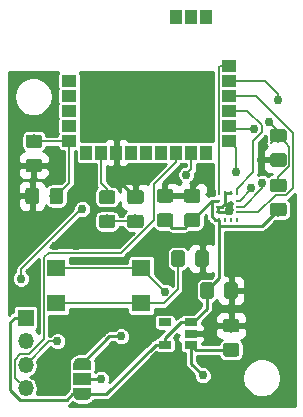
<source format=gbr>
G04 #@! TF.GenerationSoftware,KiCad,Pcbnew,(5.0.2)-1*
G04 #@! TF.CreationDate,2019-03-05T15:04:31-05:00*
G04 #@! TF.ProjectId,BlueNRG-SPBTLE-1S ACM,426c7565-4e52-4472-9d53-5042544c452d,rev?*
G04 #@! TF.SameCoordinates,Original*
G04 #@! TF.FileFunction,Copper,L1,Top*
G04 #@! TF.FilePolarity,Positive*
%FSLAX46Y46*%
G04 Gerber Fmt 4.6, Leading zero omitted, Abs format (unit mm)*
G04 Created by KiCad (PCBNEW (5.0.2)-1) date 3/5/2019 3:04:31 PM*
%MOMM*%
%LPD*%
G01*
G04 APERTURE LIST*
G04 #@! TA.AperFunction,SMDPad,CuDef*
%ADD10R,0.450000X0.200000*%
G04 #@! TD*
G04 #@! TA.AperFunction,SMDPad,CuDef*
%ADD11R,0.200000X0.450000*%
G04 #@! TD*
G04 #@! TA.AperFunction,Conductor*
%ADD12C,0.100000*%
G04 #@! TD*
G04 #@! TA.AperFunction,SMDPad,CuDef*
%ADD13C,1.150000*%
G04 #@! TD*
G04 #@! TA.AperFunction,SMDPad,CuDef*
%ADD14R,1.200000X1.000000*%
G04 #@! TD*
G04 #@! TA.AperFunction,SMDPad,CuDef*
%ADD15R,1.000000X1.200000*%
G04 #@! TD*
G04 #@! TA.AperFunction,SMDPad,CuDef*
%ADD16C,0.500000*%
G04 #@! TD*
G04 #@! TA.AperFunction,SMDPad,CuDef*
%ADD17R,1.500000X1.000000*%
G04 #@! TD*
G04 #@! TA.AperFunction,SMDPad,CuDef*
%ADD18R,1.060000X0.650000*%
G04 #@! TD*
G04 #@! TA.AperFunction,ComponentPad*
%ADD19R,1.350000X1.350000*%
G04 #@! TD*
G04 #@! TA.AperFunction,ComponentPad*
%ADD20O,1.350000X1.350000*%
G04 #@! TD*
G04 #@! TA.AperFunction,SMDPad,CuDef*
%ADD21R,1.600000X1.400000*%
G04 #@! TD*
G04 #@! TA.AperFunction,ViaPad*
%ADD22C,0.762000*%
G04 #@! TD*
G04 #@! TA.AperFunction,Conductor*
%ADD23C,0.254000*%
G04 #@! TD*
G04 #@! TA.AperFunction,Conductor*
%ADD24C,0.160000*%
G04 #@! TD*
G04 APERTURE END LIST*
D10*
G04 #@! TO.P,U1,6*
G04 #@! TO.N,GND*
X156097000Y-79756000D03*
G04 #@! TO.P,U1,13*
G04 #@! TO.N,SPI_CLK*
X157847000Y-79756000D03*
G04 #@! TO.P,U1,12*
G04 #@! TO.N,SPI_CS*
X157847000Y-80256000D03*
G04 #@! TO.P,U1,14*
G04 #@! TO.N,SPI_OUT*
X157847000Y-79256000D03*
G04 #@! TO.P,U1,5*
G04 #@! TO.N,Vdd*
X156097000Y-79256000D03*
G04 #@! TO.P,U1,7*
G04 #@! TO.N,GND*
X156097000Y-80256000D03*
D11*
G04 #@! TO.P,U1,2*
X157222000Y-78631000D03*
G04 #@! TO.P,U1,1*
G04 #@! TO.N,SPI_IN*
X157722000Y-78631000D03*
G04 #@! TO.P,U1,3*
G04 #@! TO.N,GND*
X156722000Y-78631000D03*
G04 #@! TO.P,U1,4*
G04 #@! TO.N,DIO12-INT*
X156222000Y-78631000D03*
G04 #@! TO.P,U1,10*
G04 #@! TO.N,Net-(U1-Pad10)*
X157222000Y-80881000D03*
G04 #@! TO.P,U1,11*
G04 #@! TO.N,N/C*
X157722000Y-80881000D03*
G04 #@! TO.P,U1,9*
G04 #@! TO.N,Net-(U1-Pad9)*
X156722000Y-80881000D03*
G04 #@! TO.P,U1,8*
G04 #@! TO.N,Vdd*
X156222000Y-80881000D03*
G04 #@! TD*
D12*
G04 #@! TO.N,Net-(C1-Pad1)*
G04 #@! TO.C,C1*
G36*
X140996505Y-73659204D02*
X141020773Y-73662804D01*
X141044572Y-73668765D01*
X141067671Y-73677030D01*
X141089850Y-73687520D01*
X141110893Y-73700132D01*
X141130599Y-73714747D01*
X141148777Y-73731223D01*
X141165253Y-73749401D01*
X141179868Y-73769107D01*
X141192480Y-73790150D01*
X141202970Y-73812329D01*
X141211235Y-73835428D01*
X141217196Y-73859227D01*
X141220796Y-73883495D01*
X141222000Y-73907999D01*
X141222000Y-74558001D01*
X141220796Y-74582505D01*
X141217196Y-74606773D01*
X141211235Y-74630572D01*
X141202970Y-74653671D01*
X141192480Y-74675850D01*
X141179868Y-74696893D01*
X141165253Y-74716599D01*
X141148777Y-74734777D01*
X141130599Y-74751253D01*
X141110893Y-74765868D01*
X141089850Y-74778480D01*
X141067671Y-74788970D01*
X141044572Y-74797235D01*
X141020773Y-74803196D01*
X140996505Y-74806796D01*
X140972001Y-74808000D01*
X140071999Y-74808000D01*
X140047495Y-74806796D01*
X140023227Y-74803196D01*
X139999428Y-74797235D01*
X139976329Y-74788970D01*
X139954150Y-74778480D01*
X139933107Y-74765868D01*
X139913401Y-74751253D01*
X139895223Y-74734777D01*
X139878747Y-74716599D01*
X139864132Y-74696893D01*
X139851520Y-74675850D01*
X139841030Y-74653671D01*
X139832765Y-74630572D01*
X139826804Y-74606773D01*
X139823204Y-74582505D01*
X139822000Y-74558001D01*
X139822000Y-73907999D01*
X139823204Y-73883495D01*
X139826804Y-73859227D01*
X139832765Y-73835428D01*
X139841030Y-73812329D01*
X139851520Y-73790150D01*
X139864132Y-73769107D01*
X139878747Y-73749401D01*
X139895223Y-73731223D01*
X139913401Y-73714747D01*
X139933107Y-73700132D01*
X139954150Y-73687520D01*
X139976329Y-73677030D01*
X139999428Y-73668765D01*
X140023227Y-73662804D01*
X140047495Y-73659204D01*
X140071999Y-73658000D01*
X140972001Y-73658000D01*
X140996505Y-73659204D01*
X140996505Y-73659204D01*
G37*
D13*
G04 #@! TD*
G04 #@! TO.P,C1,1*
G04 #@! TO.N,Net-(C1-Pad1)*
X140522000Y-74233000D03*
D12*
G04 #@! TO.N,GND*
G04 #@! TO.C,C1*
G36*
X140996505Y-75709204D02*
X141020773Y-75712804D01*
X141044572Y-75718765D01*
X141067671Y-75727030D01*
X141089850Y-75737520D01*
X141110893Y-75750132D01*
X141130599Y-75764747D01*
X141148777Y-75781223D01*
X141165253Y-75799401D01*
X141179868Y-75819107D01*
X141192480Y-75840150D01*
X141202970Y-75862329D01*
X141211235Y-75885428D01*
X141217196Y-75909227D01*
X141220796Y-75933495D01*
X141222000Y-75957999D01*
X141222000Y-76608001D01*
X141220796Y-76632505D01*
X141217196Y-76656773D01*
X141211235Y-76680572D01*
X141202970Y-76703671D01*
X141192480Y-76725850D01*
X141179868Y-76746893D01*
X141165253Y-76766599D01*
X141148777Y-76784777D01*
X141130599Y-76801253D01*
X141110893Y-76815868D01*
X141089850Y-76828480D01*
X141067671Y-76838970D01*
X141044572Y-76847235D01*
X141020773Y-76853196D01*
X140996505Y-76856796D01*
X140972001Y-76858000D01*
X140071999Y-76858000D01*
X140047495Y-76856796D01*
X140023227Y-76853196D01*
X139999428Y-76847235D01*
X139976329Y-76838970D01*
X139954150Y-76828480D01*
X139933107Y-76815868D01*
X139913401Y-76801253D01*
X139895223Y-76784777D01*
X139878747Y-76766599D01*
X139864132Y-76746893D01*
X139851520Y-76725850D01*
X139841030Y-76703671D01*
X139832765Y-76680572D01*
X139826804Y-76656773D01*
X139823204Y-76632505D01*
X139822000Y-76608001D01*
X139822000Y-75957999D01*
X139823204Y-75933495D01*
X139826804Y-75909227D01*
X139832765Y-75885428D01*
X139841030Y-75862329D01*
X139851520Y-75840150D01*
X139864132Y-75819107D01*
X139878747Y-75799401D01*
X139895223Y-75781223D01*
X139913401Y-75764747D01*
X139933107Y-75750132D01*
X139954150Y-75737520D01*
X139976329Y-75727030D01*
X139999428Y-75718765D01*
X140023227Y-75712804D01*
X140047495Y-75709204D01*
X140071999Y-75708000D01*
X140972001Y-75708000D01*
X140996505Y-75709204D01*
X140996505Y-75709204D01*
G37*
D13*
G04 #@! TD*
G04 #@! TO.P,C1,2*
G04 #@! TO.N,GND*
X140522000Y-76283000D03*
D12*
G04 #@! TO.N,Vdd*
G04 #@! TO.C,C2*
G36*
X154396505Y-80334204D02*
X154420773Y-80337804D01*
X154444572Y-80343765D01*
X154467671Y-80352030D01*
X154489850Y-80362520D01*
X154510893Y-80375132D01*
X154530599Y-80389747D01*
X154548777Y-80406223D01*
X154565253Y-80424401D01*
X154579868Y-80444107D01*
X154592480Y-80465150D01*
X154602970Y-80487329D01*
X154611235Y-80510428D01*
X154617196Y-80534227D01*
X154620796Y-80558495D01*
X154622000Y-80582999D01*
X154622000Y-81233001D01*
X154620796Y-81257505D01*
X154617196Y-81281773D01*
X154611235Y-81305572D01*
X154602970Y-81328671D01*
X154592480Y-81350850D01*
X154579868Y-81371893D01*
X154565253Y-81391599D01*
X154548777Y-81409777D01*
X154530599Y-81426253D01*
X154510893Y-81440868D01*
X154489850Y-81453480D01*
X154467671Y-81463970D01*
X154444572Y-81472235D01*
X154420773Y-81478196D01*
X154396505Y-81481796D01*
X154372001Y-81483000D01*
X153471999Y-81483000D01*
X153447495Y-81481796D01*
X153423227Y-81478196D01*
X153399428Y-81472235D01*
X153376329Y-81463970D01*
X153354150Y-81453480D01*
X153333107Y-81440868D01*
X153313401Y-81426253D01*
X153295223Y-81409777D01*
X153278747Y-81391599D01*
X153264132Y-81371893D01*
X153251520Y-81350850D01*
X153241030Y-81328671D01*
X153232765Y-81305572D01*
X153226804Y-81281773D01*
X153223204Y-81257505D01*
X153222000Y-81233001D01*
X153222000Y-80582999D01*
X153223204Y-80558495D01*
X153226804Y-80534227D01*
X153232765Y-80510428D01*
X153241030Y-80487329D01*
X153251520Y-80465150D01*
X153264132Y-80444107D01*
X153278747Y-80424401D01*
X153295223Y-80406223D01*
X153313401Y-80389747D01*
X153333107Y-80375132D01*
X153354150Y-80362520D01*
X153376329Y-80352030D01*
X153399428Y-80343765D01*
X153423227Y-80337804D01*
X153447495Y-80334204D01*
X153471999Y-80333000D01*
X154372001Y-80333000D01*
X154396505Y-80334204D01*
X154396505Y-80334204D01*
G37*
D13*
G04 #@! TD*
G04 #@! TO.P,C2,2*
G04 #@! TO.N,Vdd*
X153922000Y-80908000D03*
D12*
G04 #@! TO.N,GND*
G04 #@! TO.C,C2*
G36*
X154396505Y-78284204D02*
X154420773Y-78287804D01*
X154444572Y-78293765D01*
X154467671Y-78302030D01*
X154489850Y-78312520D01*
X154510893Y-78325132D01*
X154530599Y-78339747D01*
X154548777Y-78356223D01*
X154565253Y-78374401D01*
X154579868Y-78394107D01*
X154592480Y-78415150D01*
X154602970Y-78437329D01*
X154611235Y-78460428D01*
X154617196Y-78484227D01*
X154620796Y-78508495D01*
X154622000Y-78532999D01*
X154622000Y-79183001D01*
X154620796Y-79207505D01*
X154617196Y-79231773D01*
X154611235Y-79255572D01*
X154602970Y-79278671D01*
X154592480Y-79300850D01*
X154579868Y-79321893D01*
X154565253Y-79341599D01*
X154548777Y-79359777D01*
X154530599Y-79376253D01*
X154510893Y-79390868D01*
X154489850Y-79403480D01*
X154467671Y-79413970D01*
X154444572Y-79422235D01*
X154420773Y-79428196D01*
X154396505Y-79431796D01*
X154372001Y-79433000D01*
X153471999Y-79433000D01*
X153447495Y-79431796D01*
X153423227Y-79428196D01*
X153399428Y-79422235D01*
X153376329Y-79413970D01*
X153354150Y-79403480D01*
X153333107Y-79390868D01*
X153313401Y-79376253D01*
X153295223Y-79359777D01*
X153278747Y-79341599D01*
X153264132Y-79321893D01*
X153251520Y-79300850D01*
X153241030Y-79278671D01*
X153232765Y-79255572D01*
X153226804Y-79231773D01*
X153223204Y-79207505D01*
X153222000Y-79183001D01*
X153222000Y-78532999D01*
X153223204Y-78508495D01*
X153226804Y-78484227D01*
X153232765Y-78460428D01*
X153241030Y-78437329D01*
X153251520Y-78415150D01*
X153264132Y-78394107D01*
X153278747Y-78374401D01*
X153295223Y-78356223D01*
X153313401Y-78339747D01*
X153333107Y-78325132D01*
X153354150Y-78312520D01*
X153376329Y-78302030D01*
X153399428Y-78293765D01*
X153423227Y-78287804D01*
X153447495Y-78284204D01*
X153471999Y-78283000D01*
X154372001Y-78283000D01*
X154396505Y-78284204D01*
X154396505Y-78284204D01*
G37*
D13*
G04 #@! TD*
G04 #@! TO.P,C2,1*
G04 #@! TO.N,GND*
X153922000Y-78858000D03*
D12*
G04 #@! TO.N,GND*
G04 #@! TO.C,C3*
G36*
X140721505Y-78159204D02*
X140745773Y-78162804D01*
X140769572Y-78168765D01*
X140792671Y-78177030D01*
X140814850Y-78187520D01*
X140835893Y-78200132D01*
X140855599Y-78214747D01*
X140873777Y-78231223D01*
X140890253Y-78249401D01*
X140904868Y-78269107D01*
X140917480Y-78290150D01*
X140927970Y-78312329D01*
X140936235Y-78335428D01*
X140942196Y-78359227D01*
X140945796Y-78383495D01*
X140947000Y-78407999D01*
X140947000Y-79308001D01*
X140945796Y-79332505D01*
X140942196Y-79356773D01*
X140936235Y-79380572D01*
X140927970Y-79403671D01*
X140917480Y-79425850D01*
X140904868Y-79446893D01*
X140890253Y-79466599D01*
X140873777Y-79484777D01*
X140855599Y-79501253D01*
X140835893Y-79515868D01*
X140814850Y-79528480D01*
X140792671Y-79538970D01*
X140769572Y-79547235D01*
X140745773Y-79553196D01*
X140721505Y-79556796D01*
X140697001Y-79558000D01*
X140046999Y-79558000D01*
X140022495Y-79556796D01*
X139998227Y-79553196D01*
X139974428Y-79547235D01*
X139951329Y-79538970D01*
X139929150Y-79528480D01*
X139908107Y-79515868D01*
X139888401Y-79501253D01*
X139870223Y-79484777D01*
X139853747Y-79466599D01*
X139839132Y-79446893D01*
X139826520Y-79425850D01*
X139816030Y-79403671D01*
X139807765Y-79380572D01*
X139801804Y-79356773D01*
X139798204Y-79332505D01*
X139797000Y-79308001D01*
X139797000Y-78407999D01*
X139798204Y-78383495D01*
X139801804Y-78359227D01*
X139807765Y-78335428D01*
X139816030Y-78312329D01*
X139826520Y-78290150D01*
X139839132Y-78269107D01*
X139853747Y-78249401D01*
X139870223Y-78231223D01*
X139888401Y-78214747D01*
X139908107Y-78200132D01*
X139929150Y-78187520D01*
X139951329Y-78177030D01*
X139974428Y-78168765D01*
X139998227Y-78162804D01*
X140022495Y-78159204D01*
X140046999Y-78158000D01*
X140697001Y-78158000D01*
X140721505Y-78159204D01*
X140721505Y-78159204D01*
G37*
D13*
G04 #@! TD*
G04 #@! TO.P,C3,2*
G04 #@! TO.N,GND*
X140372000Y-78858000D03*
D12*
G04 #@! TO.N,Net-(C1-Pad1)*
G04 #@! TO.C,C3*
G36*
X142771505Y-78159204D02*
X142795773Y-78162804D01*
X142819572Y-78168765D01*
X142842671Y-78177030D01*
X142864850Y-78187520D01*
X142885893Y-78200132D01*
X142905599Y-78214747D01*
X142923777Y-78231223D01*
X142940253Y-78249401D01*
X142954868Y-78269107D01*
X142967480Y-78290150D01*
X142977970Y-78312329D01*
X142986235Y-78335428D01*
X142992196Y-78359227D01*
X142995796Y-78383495D01*
X142997000Y-78407999D01*
X142997000Y-79308001D01*
X142995796Y-79332505D01*
X142992196Y-79356773D01*
X142986235Y-79380572D01*
X142977970Y-79403671D01*
X142967480Y-79425850D01*
X142954868Y-79446893D01*
X142940253Y-79466599D01*
X142923777Y-79484777D01*
X142905599Y-79501253D01*
X142885893Y-79515868D01*
X142864850Y-79528480D01*
X142842671Y-79538970D01*
X142819572Y-79547235D01*
X142795773Y-79553196D01*
X142771505Y-79556796D01*
X142747001Y-79558000D01*
X142096999Y-79558000D01*
X142072495Y-79556796D01*
X142048227Y-79553196D01*
X142024428Y-79547235D01*
X142001329Y-79538970D01*
X141979150Y-79528480D01*
X141958107Y-79515868D01*
X141938401Y-79501253D01*
X141920223Y-79484777D01*
X141903747Y-79466599D01*
X141889132Y-79446893D01*
X141876520Y-79425850D01*
X141866030Y-79403671D01*
X141857765Y-79380572D01*
X141851804Y-79356773D01*
X141848204Y-79332505D01*
X141847000Y-79308001D01*
X141847000Y-78407999D01*
X141848204Y-78383495D01*
X141851804Y-78359227D01*
X141857765Y-78335428D01*
X141866030Y-78312329D01*
X141876520Y-78290150D01*
X141889132Y-78269107D01*
X141903747Y-78249401D01*
X141920223Y-78231223D01*
X141938401Y-78214747D01*
X141958107Y-78200132D01*
X141979150Y-78187520D01*
X142001329Y-78177030D01*
X142024428Y-78168765D01*
X142048227Y-78162804D01*
X142072495Y-78159204D01*
X142096999Y-78158000D01*
X142747001Y-78158000D01*
X142771505Y-78159204D01*
X142771505Y-78159204D01*
G37*
D13*
G04 #@! TD*
G04 #@! TO.P,C3,1*
G04 #@! TO.N,Net-(C1-Pad1)*
X142422000Y-78858000D03*
D12*
G04 #@! TO.N,Vdd*
G04 #@! TO.C,C4*
G36*
X152096505Y-80334204D02*
X152120773Y-80337804D01*
X152144572Y-80343765D01*
X152167671Y-80352030D01*
X152189850Y-80362520D01*
X152210893Y-80375132D01*
X152230599Y-80389747D01*
X152248777Y-80406223D01*
X152265253Y-80424401D01*
X152279868Y-80444107D01*
X152292480Y-80465150D01*
X152302970Y-80487329D01*
X152311235Y-80510428D01*
X152317196Y-80534227D01*
X152320796Y-80558495D01*
X152322000Y-80582999D01*
X152322000Y-81233001D01*
X152320796Y-81257505D01*
X152317196Y-81281773D01*
X152311235Y-81305572D01*
X152302970Y-81328671D01*
X152292480Y-81350850D01*
X152279868Y-81371893D01*
X152265253Y-81391599D01*
X152248777Y-81409777D01*
X152230599Y-81426253D01*
X152210893Y-81440868D01*
X152189850Y-81453480D01*
X152167671Y-81463970D01*
X152144572Y-81472235D01*
X152120773Y-81478196D01*
X152096505Y-81481796D01*
X152072001Y-81483000D01*
X151171999Y-81483000D01*
X151147495Y-81481796D01*
X151123227Y-81478196D01*
X151099428Y-81472235D01*
X151076329Y-81463970D01*
X151054150Y-81453480D01*
X151033107Y-81440868D01*
X151013401Y-81426253D01*
X150995223Y-81409777D01*
X150978747Y-81391599D01*
X150964132Y-81371893D01*
X150951520Y-81350850D01*
X150941030Y-81328671D01*
X150932765Y-81305572D01*
X150926804Y-81281773D01*
X150923204Y-81257505D01*
X150922000Y-81233001D01*
X150922000Y-80582999D01*
X150923204Y-80558495D01*
X150926804Y-80534227D01*
X150932765Y-80510428D01*
X150941030Y-80487329D01*
X150951520Y-80465150D01*
X150964132Y-80444107D01*
X150978747Y-80424401D01*
X150995223Y-80406223D01*
X151013401Y-80389747D01*
X151033107Y-80375132D01*
X151054150Y-80362520D01*
X151076329Y-80352030D01*
X151099428Y-80343765D01*
X151123227Y-80337804D01*
X151147495Y-80334204D01*
X151171999Y-80333000D01*
X152072001Y-80333000D01*
X152096505Y-80334204D01*
X152096505Y-80334204D01*
G37*
D13*
G04 #@! TD*
G04 #@! TO.P,C4,1*
G04 #@! TO.N,Vdd*
X151622000Y-80908000D03*
D12*
G04 #@! TO.N,GND*
G04 #@! TO.C,C4*
G36*
X152096505Y-78284204D02*
X152120773Y-78287804D01*
X152144572Y-78293765D01*
X152167671Y-78302030D01*
X152189850Y-78312520D01*
X152210893Y-78325132D01*
X152230599Y-78339747D01*
X152248777Y-78356223D01*
X152265253Y-78374401D01*
X152279868Y-78394107D01*
X152292480Y-78415150D01*
X152302970Y-78437329D01*
X152311235Y-78460428D01*
X152317196Y-78484227D01*
X152320796Y-78508495D01*
X152322000Y-78532999D01*
X152322000Y-79183001D01*
X152320796Y-79207505D01*
X152317196Y-79231773D01*
X152311235Y-79255572D01*
X152302970Y-79278671D01*
X152292480Y-79300850D01*
X152279868Y-79321893D01*
X152265253Y-79341599D01*
X152248777Y-79359777D01*
X152230599Y-79376253D01*
X152210893Y-79390868D01*
X152189850Y-79403480D01*
X152167671Y-79413970D01*
X152144572Y-79422235D01*
X152120773Y-79428196D01*
X152096505Y-79431796D01*
X152072001Y-79433000D01*
X151171999Y-79433000D01*
X151147495Y-79431796D01*
X151123227Y-79428196D01*
X151099428Y-79422235D01*
X151076329Y-79413970D01*
X151054150Y-79403480D01*
X151033107Y-79390868D01*
X151013401Y-79376253D01*
X150995223Y-79359777D01*
X150978747Y-79341599D01*
X150964132Y-79321893D01*
X150951520Y-79300850D01*
X150941030Y-79278671D01*
X150932765Y-79255572D01*
X150926804Y-79231773D01*
X150923204Y-79207505D01*
X150922000Y-79183001D01*
X150922000Y-78532999D01*
X150923204Y-78508495D01*
X150926804Y-78484227D01*
X150932765Y-78460428D01*
X150941030Y-78437329D01*
X150951520Y-78415150D01*
X150964132Y-78394107D01*
X150978747Y-78374401D01*
X150995223Y-78356223D01*
X151013401Y-78339747D01*
X151033107Y-78325132D01*
X151054150Y-78312520D01*
X151076329Y-78302030D01*
X151099428Y-78293765D01*
X151123227Y-78287804D01*
X151147495Y-78284204D01*
X151171999Y-78283000D01*
X152072001Y-78283000D01*
X152096505Y-78284204D01*
X152096505Y-78284204D01*
G37*
D13*
G04 #@! TD*
G04 #@! TO.P,C4,2*
G04 #@! TO.N,GND*
X151622000Y-78858000D03*
D12*
G04 #@! TO.N,Net-(C5-Pad1)*
G04 #@! TO.C,C5*
G36*
X161696505Y-73184204D02*
X161720773Y-73187804D01*
X161744572Y-73193765D01*
X161767671Y-73202030D01*
X161789850Y-73212520D01*
X161810893Y-73225132D01*
X161830599Y-73239747D01*
X161848777Y-73256223D01*
X161865253Y-73274401D01*
X161879868Y-73294107D01*
X161892480Y-73315150D01*
X161902970Y-73337329D01*
X161911235Y-73360428D01*
X161917196Y-73384227D01*
X161920796Y-73408495D01*
X161922000Y-73432999D01*
X161922000Y-74083001D01*
X161920796Y-74107505D01*
X161917196Y-74131773D01*
X161911235Y-74155572D01*
X161902970Y-74178671D01*
X161892480Y-74200850D01*
X161879868Y-74221893D01*
X161865253Y-74241599D01*
X161848777Y-74259777D01*
X161830599Y-74276253D01*
X161810893Y-74290868D01*
X161789850Y-74303480D01*
X161767671Y-74313970D01*
X161744572Y-74322235D01*
X161720773Y-74328196D01*
X161696505Y-74331796D01*
X161672001Y-74333000D01*
X160771999Y-74333000D01*
X160747495Y-74331796D01*
X160723227Y-74328196D01*
X160699428Y-74322235D01*
X160676329Y-74313970D01*
X160654150Y-74303480D01*
X160633107Y-74290868D01*
X160613401Y-74276253D01*
X160595223Y-74259777D01*
X160578747Y-74241599D01*
X160564132Y-74221893D01*
X160551520Y-74200850D01*
X160541030Y-74178671D01*
X160532765Y-74155572D01*
X160526804Y-74131773D01*
X160523204Y-74107505D01*
X160522000Y-74083001D01*
X160522000Y-73432999D01*
X160523204Y-73408495D01*
X160526804Y-73384227D01*
X160532765Y-73360428D01*
X160541030Y-73337329D01*
X160551520Y-73315150D01*
X160564132Y-73294107D01*
X160578747Y-73274401D01*
X160595223Y-73256223D01*
X160613401Y-73239747D01*
X160633107Y-73225132D01*
X160654150Y-73212520D01*
X160676329Y-73202030D01*
X160699428Y-73193765D01*
X160723227Y-73187804D01*
X160747495Y-73184204D01*
X160771999Y-73183000D01*
X161672001Y-73183000D01*
X161696505Y-73184204D01*
X161696505Y-73184204D01*
G37*
D13*
G04 #@! TD*
G04 #@! TO.P,C5,1*
G04 #@! TO.N,Net-(C5-Pad1)*
X161222000Y-73758000D03*
D12*
G04 #@! TO.N,GND*
G04 #@! TO.C,C5*
G36*
X161696505Y-75234204D02*
X161720773Y-75237804D01*
X161744572Y-75243765D01*
X161767671Y-75252030D01*
X161789850Y-75262520D01*
X161810893Y-75275132D01*
X161830599Y-75289747D01*
X161848777Y-75306223D01*
X161865253Y-75324401D01*
X161879868Y-75344107D01*
X161892480Y-75365150D01*
X161902970Y-75387329D01*
X161911235Y-75410428D01*
X161917196Y-75434227D01*
X161920796Y-75458495D01*
X161922000Y-75482999D01*
X161922000Y-76133001D01*
X161920796Y-76157505D01*
X161917196Y-76181773D01*
X161911235Y-76205572D01*
X161902970Y-76228671D01*
X161892480Y-76250850D01*
X161879868Y-76271893D01*
X161865253Y-76291599D01*
X161848777Y-76309777D01*
X161830599Y-76326253D01*
X161810893Y-76340868D01*
X161789850Y-76353480D01*
X161767671Y-76363970D01*
X161744572Y-76372235D01*
X161720773Y-76378196D01*
X161696505Y-76381796D01*
X161672001Y-76383000D01*
X160771999Y-76383000D01*
X160747495Y-76381796D01*
X160723227Y-76378196D01*
X160699428Y-76372235D01*
X160676329Y-76363970D01*
X160654150Y-76353480D01*
X160633107Y-76340868D01*
X160613401Y-76326253D01*
X160595223Y-76309777D01*
X160578747Y-76291599D01*
X160564132Y-76271893D01*
X160551520Y-76250850D01*
X160541030Y-76228671D01*
X160532765Y-76205572D01*
X160526804Y-76181773D01*
X160523204Y-76157505D01*
X160522000Y-76133001D01*
X160522000Y-75482999D01*
X160523204Y-75458495D01*
X160526804Y-75434227D01*
X160532765Y-75410428D01*
X160541030Y-75387329D01*
X160551520Y-75365150D01*
X160564132Y-75344107D01*
X160578747Y-75324401D01*
X160595223Y-75306223D01*
X160613401Y-75289747D01*
X160633107Y-75275132D01*
X160654150Y-75262520D01*
X160676329Y-75252030D01*
X160699428Y-75243765D01*
X160723227Y-75237804D01*
X160747495Y-75234204D01*
X160771999Y-75233000D01*
X161672001Y-75233000D01*
X161696505Y-75234204D01*
X161696505Y-75234204D01*
G37*
D13*
G04 #@! TD*
G04 #@! TO.P,C5,2*
G04 #@! TO.N,GND*
X161222000Y-75808000D03*
D12*
G04 #@! TO.N,GND*
G04 #@! TO.C,D1*
G36*
X149596505Y-78384204D02*
X149620773Y-78387804D01*
X149644572Y-78393765D01*
X149667671Y-78402030D01*
X149689850Y-78412520D01*
X149710893Y-78425132D01*
X149730599Y-78439747D01*
X149748777Y-78456223D01*
X149765253Y-78474401D01*
X149779868Y-78494107D01*
X149792480Y-78515150D01*
X149802970Y-78537329D01*
X149811235Y-78560428D01*
X149817196Y-78584227D01*
X149820796Y-78608495D01*
X149822000Y-78632999D01*
X149822000Y-79283001D01*
X149820796Y-79307505D01*
X149817196Y-79331773D01*
X149811235Y-79355572D01*
X149802970Y-79378671D01*
X149792480Y-79400850D01*
X149779868Y-79421893D01*
X149765253Y-79441599D01*
X149748777Y-79459777D01*
X149730599Y-79476253D01*
X149710893Y-79490868D01*
X149689850Y-79503480D01*
X149667671Y-79513970D01*
X149644572Y-79522235D01*
X149620773Y-79528196D01*
X149596505Y-79531796D01*
X149572001Y-79533000D01*
X148671999Y-79533000D01*
X148647495Y-79531796D01*
X148623227Y-79528196D01*
X148599428Y-79522235D01*
X148576329Y-79513970D01*
X148554150Y-79503480D01*
X148533107Y-79490868D01*
X148513401Y-79476253D01*
X148495223Y-79459777D01*
X148478747Y-79441599D01*
X148464132Y-79421893D01*
X148451520Y-79400850D01*
X148441030Y-79378671D01*
X148432765Y-79355572D01*
X148426804Y-79331773D01*
X148423204Y-79307505D01*
X148422000Y-79283001D01*
X148422000Y-78632999D01*
X148423204Y-78608495D01*
X148426804Y-78584227D01*
X148432765Y-78560428D01*
X148441030Y-78537329D01*
X148451520Y-78515150D01*
X148464132Y-78494107D01*
X148478747Y-78474401D01*
X148495223Y-78456223D01*
X148513401Y-78439747D01*
X148533107Y-78425132D01*
X148554150Y-78412520D01*
X148576329Y-78402030D01*
X148599428Y-78393765D01*
X148623227Y-78387804D01*
X148647495Y-78384204D01*
X148671999Y-78383000D01*
X149572001Y-78383000D01*
X149596505Y-78384204D01*
X149596505Y-78384204D01*
G37*
D13*
G04 #@! TD*
G04 #@! TO.P,D1,1*
G04 #@! TO.N,GND*
X149122000Y-78958000D03*
D12*
G04 #@! TO.N,Net-(D1-Pad2)*
G04 #@! TO.C,D1*
G36*
X149596505Y-80434204D02*
X149620773Y-80437804D01*
X149644572Y-80443765D01*
X149667671Y-80452030D01*
X149689850Y-80462520D01*
X149710893Y-80475132D01*
X149730599Y-80489747D01*
X149748777Y-80506223D01*
X149765253Y-80524401D01*
X149779868Y-80544107D01*
X149792480Y-80565150D01*
X149802970Y-80587329D01*
X149811235Y-80610428D01*
X149817196Y-80634227D01*
X149820796Y-80658495D01*
X149822000Y-80682999D01*
X149822000Y-81333001D01*
X149820796Y-81357505D01*
X149817196Y-81381773D01*
X149811235Y-81405572D01*
X149802970Y-81428671D01*
X149792480Y-81450850D01*
X149779868Y-81471893D01*
X149765253Y-81491599D01*
X149748777Y-81509777D01*
X149730599Y-81526253D01*
X149710893Y-81540868D01*
X149689850Y-81553480D01*
X149667671Y-81563970D01*
X149644572Y-81572235D01*
X149620773Y-81578196D01*
X149596505Y-81581796D01*
X149572001Y-81583000D01*
X148671999Y-81583000D01*
X148647495Y-81581796D01*
X148623227Y-81578196D01*
X148599428Y-81572235D01*
X148576329Y-81563970D01*
X148554150Y-81553480D01*
X148533107Y-81540868D01*
X148513401Y-81526253D01*
X148495223Y-81509777D01*
X148478747Y-81491599D01*
X148464132Y-81471893D01*
X148451520Y-81450850D01*
X148441030Y-81428671D01*
X148432765Y-81405572D01*
X148426804Y-81381773D01*
X148423204Y-81357505D01*
X148422000Y-81333001D01*
X148422000Y-80682999D01*
X148423204Y-80658495D01*
X148426804Y-80634227D01*
X148432765Y-80610428D01*
X148441030Y-80587329D01*
X148451520Y-80565150D01*
X148464132Y-80544107D01*
X148478747Y-80524401D01*
X148495223Y-80506223D01*
X148513401Y-80489747D01*
X148533107Y-80475132D01*
X148554150Y-80462520D01*
X148576329Y-80452030D01*
X148599428Y-80443765D01*
X148623227Y-80437804D01*
X148647495Y-80434204D01*
X148671999Y-80433000D01*
X149572001Y-80433000D01*
X149596505Y-80434204D01*
X149596505Y-80434204D01*
G37*
D13*
G04 #@! TD*
G04 #@! TO.P,D1,2*
G04 #@! TO.N,Net-(D1-Pad2)*
X149122000Y-81008000D03*
D12*
G04 #@! TO.N,Net-(R1-Pad1)*
G04 #@! TO.C,R1*
G36*
X147196505Y-78384204D02*
X147220773Y-78387804D01*
X147244572Y-78393765D01*
X147267671Y-78402030D01*
X147289850Y-78412520D01*
X147310893Y-78425132D01*
X147330599Y-78439747D01*
X147348777Y-78456223D01*
X147365253Y-78474401D01*
X147379868Y-78494107D01*
X147392480Y-78515150D01*
X147402970Y-78537329D01*
X147411235Y-78560428D01*
X147417196Y-78584227D01*
X147420796Y-78608495D01*
X147422000Y-78632999D01*
X147422000Y-79283001D01*
X147420796Y-79307505D01*
X147417196Y-79331773D01*
X147411235Y-79355572D01*
X147402970Y-79378671D01*
X147392480Y-79400850D01*
X147379868Y-79421893D01*
X147365253Y-79441599D01*
X147348777Y-79459777D01*
X147330599Y-79476253D01*
X147310893Y-79490868D01*
X147289850Y-79503480D01*
X147267671Y-79513970D01*
X147244572Y-79522235D01*
X147220773Y-79528196D01*
X147196505Y-79531796D01*
X147172001Y-79533000D01*
X146271999Y-79533000D01*
X146247495Y-79531796D01*
X146223227Y-79528196D01*
X146199428Y-79522235D01*
X146176329Y-79513970D01*
X146154150Y-79503480D01*
X146133107Y-79490868D01*
X146113401Y-79476253D01*
X146095223Y-79459777D01*
X146078747Y-79441599D01*
X146064132Y-79421893D01*
X146051520Y-79400850D01*
X146041030Y-79378671D01*
X146032765Y-79355572D01*
X146026804Y-79331773D01*
X146023204Y-79307505D01*
X146022000Y-79283001D01*
X146022000Y-78632999D01*
X146023204Y-78608495D01*
X146026804Y-78584227D01*
X146032765Y-78560428D01*
X146041030Y-78537329D01*
X146051520Y-78515150D01*
X146064132Y-78494107D01*
X146078747Y-78474401D01*
X146095223Y-78456223D01*
X146113401Y-78439747D01*
X146133107Y-78425132D01*
X146154150Y-78412520D01*
X146176329Y-78402030D01*
X146199428Y-78393765D01*
X146223227Y-78387804D01*
X146247495Y-78384204D01*
X146271999Y-78383000D01*
X147172001Y-78383000D01*
X147196505Y-78384204D01*
X147196505Y-78384204D01*
G37*
D13*
G04 #@! TD*
G04 #@! TO.P,R1,1*
G04 #@! TO.N,Net-(R1-Pad1)*
X146722000Y-78958000D03*
D12*
G04 #@! TO.N,Net-(D1-Pad2)*
G04 #@! TO.C,R1*
G36*
X147196505Y-80434204D02*
X147220773Y-80437804D01*
X147244572Y-80443765D01*
X147267671Y-80452030D01*
X147289850Y-80462520D01*
X147310893Y-80475132D01*
X147330599Y-80489747D01*
X147348777Y-80506223D01*
X147365253Y-80524401D01*
X147379868Y-80544107D01*
X147392480Y-80565150D01*
X147402970Y-80587329D01*
X147411235Y-80610428D01*
X147417196Y-80634227D01*
X147420796Y-80658495D01*
X147422000Y-80682999D01*
X147422000Y-81333001D01*
X147420796Y-81357505D01*
X147417196Y-81381773D01*
X147411235Y-81405572D01*
X147402970Y-81428671D01*
X147392480Y-81450850D01*
X147379868Y-81471893D01*
X147365253Y-81491599D01*
X147348777Y-81509777D01*
X147330599Y-81526253D01*
X147310893Y-81540868D01*
X147289850Y-81553480D01*
X147267671Y-81563970D01*
X147244572Y-81572235D01*
X147220773Y-81578196D01*
X147196505Y-81581796D01*
X147172001Y-81583000D01*
X146271999Y-81583000D01*
X146247495Y-81581796D01*
X146223227Y-81578196D01*
X146199428Y-81572235D01*
X146176329Y-81563970D01*
X146154150Y-81553480D01*
X146133107Y-81540868D01*
X146113401Y-81526253D01*
X146095223Y-81509777D01*
X146078747Y-81491599D01*
X146064132Y-81471893D01*
X146051520Y-81450850D01*
X146041030Y-81428671D01*
X146032765Y-81405572D01*
X146026804Y-81381773D01*
X146023204Y-81357505D01*
X146022000Y-81333001D01*
X146022000Y-80682999D01*
X146023204Y-80658495D01*
X146026804Y-80634227D01*
X146032765Y-80610428D01*
X146041030Y-80587329D01*
X146051520Y-80565150D01*
X146064132Y-80544107D01*
X146078747Y-80524401D01*
X146095223Y-80506223D01*
X146113401Y-80489747D01*
X146133107Y-80475132D01*
X146154150Y-80462520D01*
X146176329Y-80452030D01*
X146199428Y-80443765D01*
X146223227Y-80437804D01*
X146247495Y-80434204D01*
X146271999Y-80433000D01*
X147172001Y-80433000D01*
X147196505Y-80434204D01*
X147196505Y-80434204D01*
G37*
D13*
G04 #@! TD*
G04 #@! TO.P,R1,2*
G04 #@! TO.N,Net-(D1-Pad2)*
X146722000Y-81008000D03*
D12*
G04 #@! TO.N,Net-(C5-Pad1)*
G04 #@! TO.C,R2*
G36*
X161696505Y-77384204D02*
X161720773Y-77387804D01*
X161744572Y-77393765D01*
X161767671Y-77402030D01*
X161789850Y-77412520D01*
X161810893Y-77425132D01*
X161830599Y-77439747D01*
X161848777Y-77456223D01*
X161865253Y-77474401D01*
X161879868Y-77494107D01*
X161892480Y-77515150D01*
X161902970Y-77537329D01*
X161911235Y-77560428D01*
X161917196Y-77584227D01*
X161920796Y-77608495D01*
X161922000Y-77632999D01*
X161922000Y-78283001D01*
X161920796Y-78307505D01*
X161917196Y-78331773D01*
X161911235Y-78355572D01*
X161902970Y-78378671D01*
X161892480Y-78400850D01*
X161879868Y-78421893D01*
X161865253Y-78441599D01*
X161848777Y-78459777D01*
X161830599Y-78476253D01*
X161810893Y-78490868D01*
X161789850Y-78503480D01*
X161767671Y-78513970D01*
X161744572Y-78522235D01*
X161720773Y-78528196D01*
X161696505Y-78531796D01*
X161672001Y-78533000D01*
X160771999Y-78533000D01*
X160747495Y-78531796D01*
X160723227Y-78528196D01*
X160699428Y-78522235D01*
X160676329Y-78513970D01*
X160654150Y-78503480D01*
X160633107Y-78490868D01*
X160613401Y-78476253D01*
X160595223Y-78459777D01*
X160578747Y-78441599D01*
X160564132Y-78421893D01*
X160551520Y-78400850D01*
X160541030Y-78378671D01*
X160532765Y-78355572D01*
X160526804Y-78331773D01*
X160523204Y-78307505D01*
X160522000Y-78283001D01*
X160522000Y-77632999D01*
X160523204Y-77608495D01*
X160526804Y-77584227D01*
X160532765Y-77560428D01*
X160541030Y-77537329D01*
X160551520Y-77515150D01*
X160564132Y-77494107D01*
X160578747Y-77474401D01*
X160595223Y-77456223D01*
X160613401Y-77439747D01*
X160633107Y-77425132D01*
X160654150Y-77412520D01*
X160676329Y-77402030D01*
X160699428Y-77393765D01*
X160723227Y-77387804D01*
X160747495Y-77384204D01*
X160771999Y-77383000D01*
X161672001Y-77383000D01*
X161696505Y-77384204D01*
X161696505Y-77384204D01*
G37*
D13*
G04 #@! TD*
G04 #@! TO.P,R2,2*
G04 #@! TO.N,Net-(C5-Pad1)*
X161222000Y-77958000D03*
D12*
G04 #@! TO.N,Vdd*
G04 #@! TO.C,R2*
G36*
X161696505Y-79434204D02*
X161720773Y-79437804D01*
X161744572Y-79443765D01*
X161767671Y-79452030D01*
X161789850Y-79462520D01*
X161810893Y-79475132D01*
X161830599Y-79489747D01*
X161848777Y-79506223D01*
X161865253Y-79524401D01*
X161879868Y-79544107D01*
X161892480Y-79565150D01*
X161902970Y-79587329D01*
X161911235Y-79610428D01*
X161917196Y-79634227D01*
X161920796Y-79658495D01*
X161922000Y-79682999D01*
X161922000Y-80333001D01*
X161920796Y-80357505D01*
X161917196Y-80381773D01*
X161911235Y-80405572D01*
X161902970Y-80428671D01*
X161892480Y-80450850D01*
X161879868Y-80471893D01*
X161865253Y-80491599D01*
X161848777Y-80509777D01*
X161830599Y-80526253D01*
X161810893Y-80540868D01*
X161789850Y-80553480D01*
X161767671Y-80563970D01*
X161744572Y-80572235D01*
X161720773Y-80578196D01*
X161696505Y-80581796D01*
X161672001Y-80583000D01*
X160771999Y-80583000D01*
X160747495Y-80581796D01*
X160723227Y-80578196D01*
X160699428Y-80572235D01*
X160676329Y-80563970D01*
X160654150Y-80553480D01*
X160633107Y-80540868D01*
X160613401Y-80526253D01*
X160595223Y-80509777D01*
X160578747Y-80491599D01*
X160564132Y-80471893D01*
X160551520Y-80450850D01*
X160541030Y-80428671D01*
X160532765Y-80405572D01*
X160526804Y-80381773D01*
X160523204Y-80357505D01*
X160522000Y-80333001D01*
X160522000Y-79682999D01*
X160523204Y-79658495D01*
X160526804Y-79634227D01*
X160532765Y-79610428D01*
X160541030Y-79587329D01*
X160551520Y-79565150D01*
X160564132Y-79544107D01*
X160578747Y-79524401D01*
X160595223Y-79506223D01*
X160613401Y-79489747D01*
X160633107Y-79475132D01*
X160654150Y-79462520D01*
X160676329Y-79452030D01*
X160699428Y-79443765D01*
X160723227Y-79437804D01*
X160747495Y-79434204D01*
X160771999Y-79433000D01*
X161672001Y-79433000D01*
X161696505Y-79434204D01*
X161696505Y-79434204D01*
G37*
D13*
G04 #@! TD*
G04 #@! TO.P,R2,1*
G04 #@! TO.N,Vdd*
X161222000Y-80008000D03*
D14*
G04 #@! TO.P,U2,5*
G04 #@! TO.N,Net-(C1-Pad1)*
X143510000Y-74184000D03*
G04 #@! TO.P,U2,4*
G04 #@! TO.N,Net-(U2-Pad4)*
X143510000Y-72914000D03*
G04 #@! TO.P,U2,3*
G04 #@! TO.N,Net-(U2-Pad3)*
X143510000Y-71644000D03*
G04 #@! TO.P,U2,2*
G04 #@! TO.N,Net-(U2-Pad2)*
X143510000Y-70374000D03*
G04 #@! TO.P,U2,1*
G04 #@! TO.N,Net-(U2-Pad1)*
X143510000Y-69104000D03*
D15*
G04 #@! TO.P,U2,6*
G04 #@! TO.N,Net-(U2-Pad6)*
X144970000Y-75184000D03*
G04 #@! TO.P,U2,7*
G04 #@! TO.N,Net-(R1-Pad1)*
X146240000Y-75184000D03*
G04 #@! TO.P,U2,8*
G04 #@! TO.N,GND*
X147510000Y-75184000D03*
G04 #@! TO.P,U2,9*
G04 #@! TO.N,Net-(U2-Pad9)*
X148780000Y-75184000D03*
G04 #@! TO.P,U2,10*
G04 #@! TO.N,Net-(U2-Pad10)*
X150050000Y-75184000D03*
G04 #@! TO.P,U2,11*
G04 #@! TO.N,Net-(U2-Pad11)*
X151320000Y-75184000D03*
G04 #@! TO.P,U2,12*
G04 #@! TO.N,JTCK-SWCTK*
X152590000Y-75184000D03*
G04 #@! TO.P,U2,13*
G04 #@! TO.N,JTMS-SWTDIO*
X153860000Y-75184000D03*
G04 #@! TO.P,U2,14*
G04 #@! TO.N,Net-(U2-Pad14)*
X155130000Y-75184000D03*
D14*
G04 #@! TO.P,U2,15*
G04 #@! TO.N,SPI_CLK*
X157010000Y-74184000D03*
G04 #@! TO.P,U2,16*
G04 #@! TO.N,SPI_OUT*
X157010000Y-72914000D03*
G04 #@! TO.P,U2,17*
G04 #@! TO.N,SPI_IN*
X157010000Y-71644000D03*
G04 #@! TO.P,U2,18*
G04 #@! TO.N,SPI_CS*
X157010000Y-70374000D03*
G04 #@! TO.P,U2,19*
G04 #@! TO.N,Net-(C5-Pad1)*
X157010000Y-69104000D03*
G04 #@! TO.P,U2,20*
G04 #@! TO.N,DIO12-INT*
X157010000Y-67834000D03*
D15*
G04 #@! TO.P,U2,21*
G04 #@! TO.N,Net-(U2-Pad21)*
X155130000Y-63684000D03*
G04 #@! TO.P,U2,22*
G04 #@! TO.N,Net-(U2-Pad22)*
X153860000Y-63684000D03*
G04 #@! TO.P,U2,23*
G04 #@! TO.N,Net-(U2-Pad23)*
X152590000Y-63684000D03*
G04 #@! TD*
D12*
G04 #@! TO.N,Net-(C6-Pad2)*
G04 #@! TO.C,C6*
G36*
X157696505Y-91309204D02*
X157720773Y-91312804D01*
X157744572Y-91318765D01*
X157767671Y-91327030D01*
X157789850Y-91337520D01*
X157810893Y-91350132D01*
X157830599Y-91364747D01*
X157848777Y-91381223D01*
X157865253Y-91399401D01*
X157879868Y-91419107D01*
X157892480Y-91440150D01*
X157902970Y-91462329D01*
X157911235Y-91485428D01*
X157917196Y-91509227D01*
X157920796Y-91533495D01*
X157922000Y-91557999D01*
X157922000Y-92208001D01*
X157920796Y-92232505D01*
X157917196Y-92256773D01*
X157911235Y-92280572D01*
X157902970Y-92303671D01*
X157892480Y-92325850D01*
X157879868Y-92346893D01*
X157865253Y-92366599D01*
X157848777Y-92384777D01*
X157830599Y-92401253D01*
X157810893Y-92415868D01*
X157789850Y-92428480D01*
X157767671Y-92438970D01*
X157744572Y-92447235D01*
X157720773Y-92453196D01*
X157696505Y-92456796D01*
X157672001Y-92458000D01*
X156771999Y-92458000D01*
X156747495Y-92456796D01*
X156723227Y-92453196D01*
X156699428Y-92447235D01*
X156676329Y-92438970D01*
X156654150Y-92428480D01*
X156633107Y-92415868D01*
X156613401Y-92401253D01*
X156595223Y-92384777D01*
X156578747Y-92366599D01*
X156564132Y-92346893D01*
X156551520Y-92325850D01*
X156541030Y-92303671D01*
X156532765Y-92280572D01*
X156526804Y-92256773D01*
X156523204Y-92232505D01*
X156522000Y-92208001D01*
X156522000Y-91557999D01*
X156523204Y-91533495D01*
X156526804Y-91509227D01*
X156532765Y-91485428D01*
X156541030Y-91462329D01*
X156551520Y-91440150D01*
X156564132Y-91419107D01*
X156578747Y-91399401D01*
X156595223Y-91381223D01*
X156613401Y-91364747D01*
X156633107Y-91350132D01*
X156654150Y-91337520D01*
X156676329Y-91327030D01*
X156699428Y-91318765D01*
X156723227Y-91312804D01*
X156747495Y-91309204D01*
X156771999Y-91308000D01*
X157672001Y-91308000D01*
X157696505Y-91309204D01*
X157696505Y-91309204D01*
G37*
D13*
G04 #@! TD*
G04 #@! TO.P,C6,2*
G04 #@! TO.N,Net-(C6-Pad2)*
X157222000Y-91883000D03*
D12*
G04 #@! TO.N,GND*
G04 #@! TO.C,C6*
G36*
X157696505Y-89259204D02*
X157720773Y-89262804D01*
X157744572Y-89268765D01*
X157767671Y-89277030D01*
X157789850Y-89287520D01*
X157810893Y-89300132D01*
X157830599Y-89314747D01*
X157848777Y-89331223D01*
X157865253Y-89349401D01*
X157879868Y-89369107D01*
X157892480Y-89390150D01*
X157902970Y-89412329D01*
X157911235Y-89435428D01*
X157917196Y-89459227D01*
X157920796Y-89483495D01*
X157922000Y-89507999D01*
X157922000Y-90158001D01*
X157920796Y-90182505D01*
X157917196Y-90206773D01*
X157911235Y-90230572D01*
X157902970Y-90253671D01*
X157892480Y-90275850D01*
X157879868Y-90296893D01*
X157865253Y-90316599D01*
X157848777Y-90334777D01*
X157830599Y-90351253D01*
X157810893Y-90365868D01*
X157789850Y-90378480D01*
X157767671Y-90388970D01*
X157744572Y-90397235D01*
X157720773Y-90403196D01*
X157696505Y-90406796D01*
X157672001Y-90408000D01*
X156771999Y-90408000D01*
X156747495Y-90406796D01*
X156723227Y-90403196D01*
X156699428Y-90397235D01*
X156676329Y-90388970D01*
X156654150Y-90378480D01*
X156633107Y-90365868D01*
X156613401Y-90351253D01*
X156595223Y-90334777D01*
X156578747Y-90316599D01*
X156564132Y-90296893D01*
X156551520Y-90275850D01*
X156541030Y-90253671D01*
X156532765Y-90230572D01*
X156526804Y-90206773D01*
X156523204Y-90182505D01*
X156522000Y-90158001D01*
X156522000Y-89507999D01*
X156523204Y-89483495D01*
X156526804Y-89459227D01*
X156532765Y-89435428D01*
X156541030Y-89412329D01*
X156551520Y-89390150D01*
X156564132Y-89369107D01*
X156578747Y-89349401D01*
X156595223Y-89331223D01*
X156613401Y-89314747D01*
X156633107Y-89300132D01*
X156654150Y-89287520D01*
X156676329Y-89277030D01*
X156699428Y-89268765D01*
X156723227Y-89262804D01*
X156747495Y-89259204D01*
X156771999Y-89258000D01*
X157672001Y-89258000D01*
X157696505Y-89259204D01*
X157696505Y-89259204D01*
G37*
D13*
G04 #@! TD*
G04 #@! TO.P,C6,1*
G04 #@! TO.N,GND*
X157222000Y-89833000D03*
D12*
G04 #@! TO.N,Vdd*
G04 #@! TO.C,C7*
G36*
X155521505Y-86159204D02*
X155545773Y-86162804D01*
X155569572Y-86168765D01*
X155592671Y-86177030D01*
X155614850Y-86187520D01*
X155635893Y-86200132D01*
X155655599Y-86214747D01*
X155673777Y-86231223D01*
X155690253Y-86249401D01*
X155704868Y-86269107D01*
X155717480Y-86290150D01*
X155727970Y-86312329D01*
X155736235Y-86335428D01*
X155742196Y-86359227D01*
X155745796Y-86383495D01*
X155747000Y-86407999D01*
X155747000Y-87308001D01*
X155745796Y-87332505D01*
X155742196Y-87356773D01*
X155736235Y-87380572D01*
X155727970Y-87403671D01*
X155717480Y-87425850D01*
X155704868Y-87446893D01*
X155690253Y-87466599D01*
X155673777Y-87484777D01*
X155655599Y-87501253D01*
X155635893Y-87515868D01*
X155614850Y-87528480D01*
X155592671Y-87538970D01*
X155569572Y-87547235D01*
X155545773Y-87553196D01*
X155521505Y-87556796D01*
X155497001Y-87558000D01*
X154846999Y-87558000D01*
X154822495Y-87556796D01*
X154798227Y-87553196D01*
X154774428Y-87547235D01*
X154751329Y-87538970D01*
X154729150Y-87528480D01*
X154708107Y-87515868D01*
X154688401Y-87501253D01*
X154670223Y-87484777D01*
X154653747Y-87466599D01*
X154639132Y-87446893D01*
X154626520Y-87425850D01*
X154616030Y-87403671D01*
X154607765Y-87380572D01*
X154601804Y-87356773D01*
X154598204Y-87332505D01*
X154597000Y-87308001D01*
X154597000Y-86407999D01*
X154598204Y-86383495D01*
X154601804Y-86359227D01*
X154607765Y-86335428D01*
X154616030Y-86312329D01*
X154626520Y-86290150D01*
X154639132Y-86269107D01*
X154653747Y-86249401D01*
X154670223Y-86231223D01*
X154688401Y-86214747D01*
X154708107Y-86200132D01*
X154729150Y-86187520D01*
X154751329Y-86177030D01*
X154774428Y-86168765D01*
X154798227Y-86162804D01*
X154822495Y-86159204D01*
X154846999Y-86158000D01*
X155497001Y-86158000D01*
X155521505Y-86159204D01*
X155521505Y-86159204D01*
G37*
D13*
G04 #@! TD*
G04 #@! TO.P,C7,1*
G04 #@! TO.N,Vdd*
X155172000Y-86858000D03*
D12*
G04 #@! TO.N,GND*
G04 #@! TO.C,C7*
G36*
X157571505Y-86159204D02*
X157595773Y-86162804D01*
X157619572Y-86168765D01*
X157642671Y-86177030D01*
X157664850Y-86187520D01*
X157685893Y-86200132D01*
X157705599Y-86214747D01*
X157723777Y-86231223D01*
X157740253Y-86249401D01*
X157754868Y-86269107D01*
X157767480Y-86290150D01*
X157777970Y-86312329D01*
X157786235Y-86335428D01*
X157792196Y-86359227D01*
X157795796Y-86383495D01*
X157797000Y-86407999D01*
X157797000Y-87308001D01*
X157795796Y-87332505D01*
X157792196Y-87356773D01*
X157786235Y-87380572D01*
X157777970Y-87403671D01*
X157767480Y-87425850D01*
X157754868Y-87446893D01*
X157740253Y-87466599D01*
X157723777Y-87484777D01*
X157705599Y-87501253D01*
X157685893Y-87515868D01*
X157664850Y-87528480D01*
X157642671Y-87538970D01*
X157619572Y-87547235D01*
X157595773Y-87553196D01*
X157571505Y-87556796D01*
X157547001Y-87558000D01*
X156896999Y-87558000D01*
X156872495Y-87556796D01*
X156848227Y-87553196D01*
X156824428Y-87547235D01*
X156801329Y-87538970D01*
X156779150Y-87528480D01*
X156758107Y-87515868D01*
X156738401Y-87501253D01*
X156720223Y-87484777D01*
X156703747Y-87466599D01*
X156689132Y-87446893D01*
X156676520Y-87425850D01*
X156666030Y-87403671D01*
X156657765Y-87380572D01*
X156651804Y-87356773D01*
X156648204Y-87332505D01*
X156647000Y-87308001D01*
X156647000Y-86407999D01*
X156648204Y-86383495D01*
X156651804Y-86359227D01*
X156657765Y-86335428D01*
X156666030Y-86312329D01*
X156676520Y-86290150D01*
X156689132Y-86269107D01*
X156703747Y-86249401D01*
X156720223Y-86231223D01*
X156738401Y-86214747D01*
X156758107Y-86200132D01*
X156779150Y-86187520D01*
X156801329Y-86177030D01*
X156824428Y-86168765D01*
X156848227Y-86162804D01*
X156872495Y-86159204D01*
X156896999Y-86158000D01*
X157547001Y-86158000D01*
X157571505Y-86159204D01*
X157571505Y-86159204D01*
G37*
D13*
G04 #@! TD*
G04 #@! TO.P,C7,2*
G04 #@! TO.N,GND*
X157222000Y-86858000D03*
D16*
G04 #@! TO.P,J2,1*
G04 #@! TO.N,Net-(C6-Pad2)*
X144622000Y-93058000D03*
D12*
G04 #@! TD*
G04 #@! TO.N,Net-(C6-Pad2)*
G04 #@! TO.C,J2*
G36*
X143872000Y-93608000D02*
X143872000Y-93058000D01*
X143872602Y-93058000D01*
X143872602Y-93033466D01*
X143877412Y-92984635D01*
X143886984Y-92936510D01*
X143901228Y-92889555D01*
X143920005Y-92844222D01*
X143943136Y-92800949D01*
X143970396Y-92760150D01*
X144001524Y-92722221D01*
X144036221Y-92687524D01*
X144074150Y-92656396D01*
X144114949Y-92629136D01*
X144158222Y-92606005D01*
X144203555Y-92587228D01*
X144250510Y-92572984D01*
X144298635Y-92563412D01*
X144347466Y-92558602D01*
X144372000Y-92558602D01*
X144372000Y-92558000D01*
X144872000Y-92558000D01*
X144872000Y-92558602D01*
X144896534Y-92558602D01*
X144945365Y-92563412D01*
X144993490Y-92572984D01*
X145040445Y-92587228D01*
X145085778Y-92606005D01*
X145129051Y-92629136D01*
X145169850Y-92656396D01*
X145207779Y-92687524D01*
X145242476Y-92722221D01*
X145273604Y-92760150D01*
X145300864Y-92800949D01*
X145323995Y-92844222D01*
X145342772Y-92889555D01*
X145357016Y-92936510D01*
X145366588Y-92984635D01*
X145371398Y-93033466D01*
X145371398Y-93058000D01*
X145372000Y-93058000D01*
X145372000Y-93608000D01*
X143872000Y-93608000D01*
X143872000Y-93608000D01*
G37*
D16*
G04 #@! TO.P,J2,3*
G04 #@! TO.N,Vdd*
X144622000Y-95658000D03*
D12*
G04 #@! TD*
G04 #@! TO.N,Vdd*
G04 #@! TO.C,J2*
G36*
X145371398Y-95658000D02*
X145371398Y-95682534D01*
X145366588Y-95731365D01*
X145357016Y-95779490D01*
X145342772Y-95826445D01*
X145323995Y-95871778D01*
X145300864Y-95915051D01*
X145273604Y-95955850D01*
X145242476Y-95993779D01*
X145207779Y-96028476D01*
X145169850Y-96059604D01*
X145129051Y-96086864D01*
X145085778Y-96109995D01*
X145040445Y-96128772D01*
X144993490Y-96143016D01*
X144945365Y-96152588D01*
X144896534Y-96157398D01*
X144872000Y-96157398D01*
X144872000Y-96158000D01*
X144372000Y-96158000D01*
X144372000Y-96157398D01*
X144347466Y-96157398D01*
X144298635Y-96152588D01*
X144250510Y-96143016D01*
X144203555Y-96128772D01*
X144158222Y-96109995D01*
X144114949Y-96086864D01*
X144074150Y-96059604D01*
X144036221Y-96028476D01*
X144001524Y-95993779D01*
X143970396Y-95955850D01*
X143943136Y-95915051D01*
X143920005Y-95871778D01*
X143901228Y-95826445D01*
X143886984Y-95779490D01*
X143877412Y-95731365D01*
X143872602Y-95682534D01*
X143872602Y-95658000D01*
X143872000Y-95658000D01*
X143872000Y-95108000D01*
X145372000Y-95108000D01*
X145372000Y-95658000D01*
X145371398Y-95658000D01*
X145371398Y-95658000D01*
G37*
D17*
G04 #@! TO.P,J2,2*
G04 #@! TO.N,Net-(BT1-Pad1)*
X144622000Y-94358000D03*
G04 #@! TD*
D18*
G04 #@! TO.P,U3,1*
G04 #@! TO.N,Net-(C6-Pad2)*
X153822000Y-91458000D03*
G04 #@! TO.P,U3,2*
G04 #@! TO.N,GND*
X153822000Y-90508000D03*
G04 #@! TO.P,U3,3*
G04 #@! TO.N,Vdd*
X153822000Y-89558000D03*
G04 #@! TO.P,U3,4*
G04 #@! TO.N,Net-(U3-Pad4)*
X151622000Y-89558000D03*
G04 #@! TO.P,U3,5*
G04 #@! TO.N,Vdd*
X151622000Y-91458000D03*
G04 #@! TD*
D19*
G04 #@! TO.P,J1,1*
G04 #@! TO.N,Vdd*
X139822000Y-89158000D03*
D20*
G04 #@! TO.P,J1,2*
G04 #@! TO.N,GND*
X139822000Y-91158000D03*
G04 #@! TO.P,J1,3*
G04 #@! TO.N,JTMS-SWTDIO*
X139822000Y-93158000D03*
G04 #@! TO.P,J1,4*
G04 #@! TO.N,JTCK-SWCTK*
X139822000Y-95158000D03*
G04 #@! TD*
D12*
G04 #@! TO.N,Net-(R3-Pad1)*
G04 #@! TO.C,R3*
G36*
X153071505Y-83459204D02*
X153095773Y-83462804D01*
X153119572Y-83468765D01*
X153142671Y-83477030D01*
X153164850Y-83487520D01*
X153185893Y-83500132D01*
X153205599Y-83514747D01*
X153223777Y-83531223D01*
X153240253Y-83549401D01*
X153254868Y-83569107D01*
X153267480Y-83590150D01*
X153277970Y-83612329D01*
X153286235Y-83635428D01*
X153292196Y-83659227D01*
X153295796Y-83683495D01*
X153297000Y-83707999D01*
X153297000Y-84608001D01*
X153295796Y-84632505D01*
X153292196Y-84656773D01*
X153286235Y-84680572D01*
X153277970Y-84703671D01*
X153267480Y-84725850D01*
X153254868Y-84746893D01*
X153240253Y-84766599D01*
X153223777Y-84784777D01*
X153205599Y-84801253D01*
X153185893Y-84815868D01*
X153164850Y-84828480D01*
X153142671Y-84838970D01*
X153119572Y-84847235D01*
X153095773Y-84853196D01*
X153071505Y-84856796D01*
X153047001Y-84858000D01*
X152396999Y-84858000D01*
X152372495Y-84856796D01*
X152348227Y-84853196D01*
X152324428Y-84847235D01*
X152301329Y-84838970D01*
X152279150Y-84828480D01*
X152258107Y-84815868D01*
X152238401Y-84801253D01*
X152220223Y-84784777D01*
X152203747Y-84766599D01*
X152189132Y-84746893D01*
X152176520Y-84725850D01*
X152166030Y-84703671D01*
X152157765Y-84680572D01*
X152151804Y-84656773D01*
X152148204Y-84632505D01*
X152147000Y-84608001D01*
X152147000Y-83707999D01*
X152148204Y-83683495D01*
X152151804Y-83659227D01*
X152157765Y-83635428D01*
X152166030Y-83612329D01*
X152176520Y-83590150D01*
X152189132Y-83569107D01*
X152203747Y-83549401D01*
X152220223Y-83531223D01*
X152238401Y-83514747D01*
X152258107Y-83500132D01*
X152279150Y-83487520D01*
X152301329Y-83477030D01*
X152324428Y-83468765D01*
X152348227Y-83462804D01*
X152372495Y-83459204D01*
X152396999Y-83458000D01*
X153047001Y-83458000D01*
X153071505Y-83459204D01*
X153071505Y-83459204D01*
G37*
D13*
G04 #@! TD*
G04 #@! TO.P,R3,1*
G04 #@! TO.N,Net-(R3-Pad1)*
X152722000Y-84158000D03*
D12*
G04 #@! TO.N,GND*
G04 #@! TO.C,R3*
G36*
X155121505Y-83459204D02*
X155145773Y-83462804D01*
X155169572Y-83468765D01*
X155192671Y-83477030D01*
X155214850Y-83487520D01*
X155235893Y-83500132D01*
X155255599Y-83514747D01*
X155273777Y-83531223D01*
X155290253Y-83549401D01*
X155304868Y-83569107D01*
X155317480Y-83590150D01*
X155327970Y-83612329D01*
X155336235Y-83635428D01*
X155342196Y-83659227D01*
X155345796Y-83683495D01*
X155347000Y-83707999D01*
X155347000Y-84608001D01*
X155345796Y-84632505D01*
X155342196Y-84656773D01*
X155336235Y-84680572D01*
X155327970Y-84703671D01*
X155317480Y-84725850D01*
X155304868Y-84746893D01*
X155290253Y-84766599D01*
X155273777Y-84784777D01*
X155255599Y-84801253D01*
X155235893Y-84815868D01*
X155214850Y-84828480D01*
X155192671Y-84838970D01*
X155169572Y-84847235D01*
X155145773Y-84853196D01*
X155121505Y-84856796D01*
X155097001Y-84858000D01*
X154446999Y-84858000D01*
X154422495Y-84856796D01*
X154398227Y-84853196D01*
X154374428Y-84847235D01*
X154351329Y-84838970D01*
X154329150Y-84828480D01*
X154308107Y-84815868D01*
X154288401Y-84801253D01*
X154270223Y-84784777D01*
X154253747Y-84766599D01*
X154239132Y-84746893D01*
X154226520Y-84725850D01*
X154216030Y-84703671D01*
X154207765Y-84680572D01*
X154201804Y-84656773D01*
X154198204Y-84632505D01*
X154197000Y-84608001D01*
X154197000Y-83707999D01*
X154198204Y-83683495D01*
X154201804Y-83659227D01*
X154207765Y-83635428D01*
X154216030Y-83612329D01*
X154226520Y-83590150D01*
X154239132Y-83569107D01*
X154253747Y-83549401D01*
X154270223Y-83531223D01*
X154288401Y-83514747D01*
X154308107Y-83500132D01*
X154329150Y-83487520D01*
X154351329Y-83477030D01*
X154374428Y-83468765D01*
X154398227Y-83462804D01*
X154422495Y-83459204D01*
X154446999Y-83458000D01*
X155097001Y-83458000D01*
X155121505Y-83459204D01*
X155121505Y-83459204D01*
G37*
D13*
G04 #@! TD*
G04 #@! TO.P,R3,2*
G04 #@! TO.N,GND*
X154772000Y-84158000D03*
D21*
G04 #@! TO.P,TL3305A1,1*
G04 #@! TO.N,Net-(R3-Pad1)*
X142422000Y-87958000D03*
X149622000Y-87958000D03*
G04 #@! TO.P,TL3305A1,2*
G04 #@! TO.N,Net-(C5-Pad1)*
X142422000Y-84958000D03*
X149622000Y-84958000D03*
G04 #@! TD*
D22*
G04 #@! TO.N,GND*
X142522000Y-77258000D03*
X142322000Y-83058000D03*
X144122000Y-83058000D03*
X159722000Y-75858000D03*
X154722000Y-77358000D03*
X153922000Y-73058000D03*
X152322000Y-77358000D03*
X160322000Y-87758000D03*
X142122000Y-94558000D03*
X157022000Y-80058000D03*
G04 #@! TO.N,Net-(C5-Pad1)*
X160443000Y-72558000D03*
X161222000Y-70758000D03*
X151622000Y-86958000D03*
G04 #@! TO.N,JTMS-SWTDIO*
X142522000Y-91158000D03*
X139422000Y-85858000D03*
X144622000Y-79958000D03*
X153422000Y-77058000D03*
G04 #@! TO.N,SPI_CLK*
X159822000Y-77758000D03*
X157622000Y-76858000D03*
G04 #@! TO.N,SPI_OUT*
X158935114Y-78171114D03*
X159201000Y-73158000D03*
G04 #@! TO.N,Net-(BT1-Pad1)*
X146222000Y-94358000D03*
G04 #@! TO.N,Net-(C6-Pad2)*
X154822000Y-94058000D03*
X147922000Y-90758000D03*
G04 #@! TD*
D23*
G04 #@! TO.N,GND*
X147510000Y-77346000D02*
X147510000Y-75184000D01*
X149122000Y-78958000D02*
X147510000Y-77346000D01*
X140522000Y-76283000D02*
X141547000Y-76283000D01*
X141547000Y-76283000D02*
X142522000Y-77258000D01*
X142322000Y-83058000D02*
X144122000Y-83058000D01*
X161222000Y-75808000D02*
X159772000Y-75808000D01*
X159772000Y-75808000D02*
X159722000Y-75858000D01*
X156097000Y-79756000D02*
X156097000Y-80256000D01*
X156722000Y-79110000D02*
X156722000Y-78631000D01*
X156097000Y-79756000D02*
X156438602Y-79756000D01*
X156722000Y-78631000D02*
X157095000Y-78631000D01*
X157095000Y-78631000D02*
X157222000Y-78631000D01*
X156097000Y-80256000D02*
X156824000Y-80256000D01*
X153922000Y-78858000D02*
X153922000Y-78158000D01*
X153922000Y-78158000D02*
X154722000Y-77358000D01*
X156824000Y-80256000D02*
X157022000Y-80058000D01*
X156722000Y-79472602D02*
X156722000Y-79110000D01*
X156438602Y-79756000D02*
X156722000Y-79472602D01*
G04 #@! TO.N,Vdd*
X153298628Y-81531372D02*
X153922000Y-80908000D01*
X152245372Y-81531372D02*
X153298628Y-81531372D01*
X151622000Y-80908000D02*
X152245372Y-81531372D01*
X155574000Y-79256000D02*
X155618000Y-79256000D01*
X153922000Y-80908000D02*
X155574000Y-79256000D01*
X155868000Y-80881000D02*
X156222000Y-80881000D01*
X155584999Y-80597999D02*
X155868000Y-80881000D01*
X155584999Y-79289001D02*
X155584999Y-80597999D01*
X155618000Y-79256000D02*
X155584999Y-79289001D01*
X156097000Y-79256000D02*
X155618000Y-79256000D01*
X160598628Y-80631372D02*
X161222000Y-80008000D01*
X159836999Y-81393001D02*
X160598628Y-80631372D01*
X156255001Y-81393001D02*
X159836999Y-81393001D01*
X156222000Y-81360000D02*
X156255001Y-81393001D01*
X156222000Y-80881000D02*
X156222000Y-81360000D01*
X156222000Y-85808000D02*
X155172000Y-86858000D01*
X156222000Y-80881000D02*
X156222000Y-85808000D01*
X154027000Y-89558000D02*
X153822000Y-89558000D01*
X155172000Y-88413000D02*
X154027000Y-89558000D01*
X155172000Y-86858000D02*
X155172000Y-88413000D01*
X153038000Y-89558000D02*
X153822000Y-89558000D01*
X152943000Y-89558000D02*
X153038000Y-89558000D01*
X151622000Y-90879000D02*
X152943000Y-89558000D01*
X151622000Y-91458000D02*
X151622000Y-90879000D01*
X145469592Y-95658000D02*
X144622000Y-95658000D01*
X146638000Y-95658000D02*
X145469592Y-95658000D01*
X150838000Y-91458000D02*
X146638000Y-95658000D01*
X151622000Y-91458000D02*
X150838000Y-91458000D01*
X138893000Y-89158000D02*
X139822000Y-89158000D01*
X138539990Y-89511010D02*
X138893000Y-89158000D01*
X138539990Y-95299752D02*
X138539990Y-89511010D01*
X139360239Y-96120001D02*
X138539990Y-95299752D01*
X143312407Y-96120001D02*
X139360239Y-96120001D01*
X143774408Y-95658000D02*
X143312407Y-96120001D01*
X144622000Y-95658000D02*
X143774408Y-95658000D01*
D24*
G04 #@! TO.N,Net-(C1-Pad1)*
X143461000Y-74233000D02*
X143510000Y-74184000D01*
X140522000Y-74233000D02*
X143461000Y-74233000D01*
X143510000Y-77770000D02*
X143510000Y-74184000D01*
X142422000Y-78858000D02*
X143510000Y-77770000D01*
G04 #@! TO.N,Net-(C5-Pad1)*
X160598628Y-74381372D02*
X161222000Y-73758000D01*
X161222000Y-73758000D02*
X161222000Y-73337000D01*
X161222000Y-73337000D02*
X160443000Y-72558000D01*
X157770000Y-69104000D02*
X157010000Y-69104000D01*
X160106815Y-69104000D02*
X157770000Y-69104000D01*
X161222000Y-70219185D02*
X160106815Y-69104000D01*
X161222000Y-70758000D02*
X161222000Y-70219185D01*
X161845372Y-74381372D02*
X161222000Y-73758000D01*
X162162010Y-74698010D02*
X161845372Y-74381372D01*
X162162010Y-76335970D02*
X162162010Y-74698010D01*
X161222000Y-77275980D02*
X162162010Y-76335970D01*
X161222000Y-77958000D02*
X161222000Y-77275980D01*
X149622000Y-84958000D02*
X151622000Y-86958000D01*
X148662000Y-84958000D02*
X142422000Y-84958000D01*
X149622000Y-84958000D02*
X148662000Y-84958000D01*
G04 #@! TO.N,Net-(D1-Pad2)*
X147522000Y-81008000D02*
X149122000Y-81008000D01*
X146722000Y-81008000D02*
X147522000Y-81008000D01*
G04 #@! TO.N,JTCK-SWCTK*
X139382799Y-92242999D02*
X140091203Y-92242999D01*
X138906999Y-92718799D02*
X139382799Y-92242999D01*
X138906999Y-94242999D02*
X138906999Y-92718799D01*
X139822000Y-95158000D02*
X138906999Y-94242999D01*
X152590000Y-75944000D02*
X152590000Y-75184000D01*
X150681990Y-80915990D02*
X150681990Y-77852010D01*
X147918979Y-83679001D02*
X150681990Y-80915990D01*
X141768997Y-83679001D02*
X147918979Y-83679001D01*
X141381999Y-84065999D02*
X141768997Y-83679001D01*
X150681990Y-77852010D02*
X152590000Y-75944000D01*
X141381999Y-90952203D02*
X141381999Y-84065999D01*
X140091203Y-92242999D02*
X141381999Y-90952203D01*
G04 #@! TO.N,JTMS-SWTDIO*
X139822000Y-93158000D02*
X141822000Y-91158000D01*
X141822000Y-91158000D02*
X142522000Y-91158000D01*
X144502918Y-79958000D02*
X144622000Y-79958000D01*
X139422000Y-85858000D02*
X139422000Y-85038918D01*
X139422000Y-85038918D02*
X144502918Y-79958000D01*
X153860000Y-76620000D02*
X153860000Y-75184000D01*
X153422000Y-77058000D02*
X153860000Y-76620000D01*
G04 #@! TO.N,Net-(R1-Pad1)*
X146240000Y-77801000D02*
X146240000Y-75184000D01*
X146722000Y-78958000D02*
X146722000Y-78283000D01*
X146722000Y-78283000D02*
X146240000Y-77801000D01*
G04 #@! TO.N,SPI_CLK*
X159822000Y-78213438D02*
X159822000Y-77758000D01*
X157847000Y-79756000D02*
X158279438Y-79756000D01*
X158279438Y-79756000D02*
X159822000Y-78213438D01*
X157622000Y-74796000D02*
X157010000Y-74184000D01*
X157622000Y-76858000D02*
X157622000Y-74796000D01*
G04 #@! TO.N,SPI_CS*
X157847000Y-80256000D02*
X158232000Y-80256000D01*
X157770000Y-70374000D02*
X157010000Y-70374000D01*
X159305980Y-70374000D02*
X157770000Y-70374000D01*
X162482020Y-73550040D02*
X159305980Y-70374000D01*
X162482020Y-78165960D02*
X162482020Y-73550040D01*
X161874970Y-78773010D02*
X162482020Y-78165960D01*
X160989010Y-78773010D02*
X161874970Y-78773010D01*
X159506020Y-80256000D02*
X160989010Y-78773010D01*
X157847000Y-80256000D02*
X159506020Y-80256000D01*
G04 #@! TO.N,SPI_OUT*
X158935114Y-78292886D02*
X158935114Y-78171114D01*
X157847000Y-79256000D02*
X157972000Y-79256000D01*
X157972000Y-79256000D02*
X158935114Y-78292886D01*
X157254000Y-73158000D02*
X157010000Y-72914000D01*
X159201000Y-73158000D02*
X157254000Y-73158000D01*
G04 #@! TO.N,SPI_IN*
X157722000Y-78631000D02*
X157722000Y-78506000D01*
X157770000Y-71644000D02*
X157010000Y-71644000D01*
X158606082Y-71644000D02*
X157770000Y-71644000D01*
X159822001Y-72859919D02*
X158606082Y-71644000D01*
X159822001Y-73456081D02*
X159822001Y-72859919D01*
X159100999Y-74177083D02*
X159822001Y-73456081D01*
X159100999Y-76867001D02*
X159100999Y-74177083D01*
X157722000Y-78246000D02*
X159100999Y-76867001D01*
X157722000Y-78631000D02*
X157722000Y-78246000D01*
G04 #@! TO.N,DIO12-INT*
X156250000Y-67834000D02*
X157010000Y-67834000D01*
X156169999Y-67914001D02*
X156250000Y-67834000D01*
X156169999Y-78193999D02*
X156169999Y-67914001D01*
X156222000Y-78246000D02*
X156169999Y-78193999D01*
X156222000Y-78631000D02*
X156222000Y-78246000D01*
D23*
G04 #@! TO.N,Net-(BT1-Pad1)*
X144622000Y-94358000D02*
X146222000Y-94358000D01*
G04 #@! TO.N,Net-(C6-Pad2)*
X154247000Y-91883000D02*
X153822000Y-91458000D01*
X157222000Y-91883000D02*
X154247000Y-91883000D01*
X153822000Y-91458000D02*
X153822000Y-93058000D01*
X153822000Y-93058000D02*
X154822000Y-94058000D01*
X146922000Y-90758000D02*
X144622000Y-93058000D01*
X147922000Y-90758000D02*
X146922000Y-90758000D01*
D24*
G04 #@! TO.N,Net-(R3-Pad1)*
X148662000Y-87958000D02*
X142422000Y-87958000D01*
X149622000Y-87958000D02*
X148662000Y-87958000D01*
X152722000Y-84958000D02*
X152722000Y-84158000D01*
X152722000Y-86777082D02*
X152722000Y-84958000D01*
X151541082Y-87958000D02*
X152722000Y-86777082D01*
X149622000Y-87958000D02*
X151541082Y-87958000D01*
G04 #@! TD*
D23*
G04 #@! TO.N,GND*
G36*
X162606301Y-96606300D02*
X143471537Y-96606300D01*
X143510619Y-96598526D01*
X143678654Y-96486248D01*
X143706995Y-96443834D01*
X143808415Y-96342414D01*
X143838984Y-96367501D01*
X143920483Y-96421957D01*
X143987645Y-96457856D01*
X144078201Y-96495365D01*
X144151073Y-96517470D01*
X144247206Y-96536592D01*
X144322991Y-96544056D01*
X144359894Y-96544056D01*
X144372000Y-96546464D01*
X144872000Y-96546464D01*
X144884106Y-96544056D01*
X144921009Y-96544056D01*
X144996794Y-96536592D01*
X145092927Y-96517470D01*
X145165799Y-96495365D01*
X145256355Y-96457856D01*
X145323517Y-96421957D01*
X145405016Y-96367501D01*
X145463883Y-96319191D01*
X145533191Y-96249883D01*
X145581501Y-96191016D01*
X145598216Y-96166000D01*
X146587972Y-96166000D01*
X146638000Y-96175951D01*
X146688028Y-96166000D01*
X146688032Y-96166000D01*
X146836212Y-96136525D01*
X147004247Y-96024247D01*
X147032588Y-95981832D01*
X150900891Y-92113530D01*
X150943341Y-92141894D01*
X151092000Y-92171464D01*
X152152000Y-92171464D01*
X152300659Y-92141894D01*
X152426686Y-92057686D01*
X152510894Y-91931659D01*
X152540464Y-91783000D01*
X152540464Y-91133000D01*
X152510894Y-90984341D01*
X152426686Y-90858314D01*
X152387374Y-90832047D01*
X152657000Y-90562421D01*
X152657000Y-90635002D01*
X152815748Y-90635002D01*
X152657000Y-90793750D01*
X152657000Y-90959310D01*
X152753673Y-91192699D01*
X152903536Y-91342561D01*
X152903536Y-91783000D01*
X152933106Y-91931659D01*
X153017314Y-92057686D01*
X153143341Y-92141894D01*
X153292000Y-92171464D01*
X153314000Y-92171464D01*
X153314001Y-93007967D01*
X153304049Y-93058000D01*
X153343475Y-93256211D01*
X153427412Y-93381832D01*
X153427415Y-93381835D01*
X153455754Y-93424247D01*
X153498166Y-93452586D01*
X154060000Y-94014420D01*
X154060000Y-94209571D01*
X154176008Y-94489638D01*
X154390362Y-94703992D01*
X154670429Y-94820000D01*
X154973571Y-94820000D01*
X155253638Y-94703992D01*
X155467992Y-94489638D01*
X155563939Y-94258000D01*
X158158300Y-94258000D01*
X158258633Y-94827019D01*
X158547532Y-95327406D01*
X158990150Y-95698806D01*
X159533102Y-95896425D01*
X160110898Y-95896425D01*
X160653850Y-95698806D01*
X161096468Y-95327406D01*
X161385367Y-94827019D01*
X161485700Y-94258000D01*
X161385367Y-93688981D01*
X161096468Y-93188594D01*
X160653850Y-92817194D01*
X160110898Y-92619575D01*
X159533102Y-92619575D01*
X158990150Y-92817194D01*
X158547532Y-93188594D01*
X158258633Y-93688981D01*
X158158300Y-94258000D01*
X155563939Y-94258000D01*
X155584000Y-94209571D01*
X155584000Y-93906429D01*
X155467992Y-93626362D01*
X155253638Y-93412008D01*
X154973571Y-93296000D01*
X154778420Y-93296000D01*
X154330000Y-92847580D01*
X154330000Y-92391000D01*
X156169937Y-92391000D01*
X156182136Y-92452330D01*
X156320537Y-92659463D01*
X156527670Y-92797864D01*
X156771999Y-92846464D01*
X157672001Y-92846464D01*
X157916330Y-92797864D01*
X158123463Y-92659463D01*
X158261864Y-92452330D01*
X158310464Y-92208001D01*
X158310464Y-91557999D01*
X158261864Y-91313670D01*
X158123463Y-91106537D01*
X158028373Y-91043000D01*
X158048310Y-91043000D01*
X158281699Y-90946327D01*
X158460327Y-90767698D01*
X158557000Y-90534309D01*
X158557000Y-90118750D01*
X158398250Y-89960000D01*
X157349000Y-89960000D01*
X157349000Y-89980000D01*
X157095000Y-89980000D01*
X157095000Y-89960000D01*
X156045750Y-89960000D01*
X155887000Y-90118750D01*
X155887000Y-90534309D01*
X155983673Y-90767698D01*
X156162301Y-90946327D01*
X156395690Y-91043000D01*
X156415627Y-91043000D01*
X156320537Y-91106537D01*
X156182136Y-91313670D01*
X156169937Y-91375000D01*
X154740464Y-91375000D01*
X154740464Y-91342561D01*
X154890327Y-91192699D01*
X154987000Y-90959310D01*
X154987000Y-90793750D01*
X154828250Y-90635000D01*
X153949000Y-90635000D01*
X153949000Y-90655000D01*
X153695000Y-90655000D01*
X153695000Y-90635000D01*
X153675000Y-90635000D01*
X153675000Y-90381000D01*
X153695000Y-90381000D01*
X153695000Y-90361000D01*
X153949000Y-90361000D01*
X153949000Y-90381000D01*
X154828250Y-90381000D01*
X154987000Y-90222250D01*
X154987000Y-90056690D01*
X154890327Y-89823301D01*
X154740464Y-89673439D01*
X154740464Y-89562956D01*
X155171729Y-89131691D01*
X155887000Y-89131691D01*
X155887000Y-89547250D01*
X156045750Y-89706000D01*
X157095000Y-89706000D01*
X157095000Y-88781750D01*
X157349000Y-88781750D01*
X157349000Y-89706000D01*
X158398250Y-89706000D01*
X158557000Y-89547250D01*
X158557000Y-89131691D01*
X158460327Y-88898302D01*
X158281699Y-88719673D01*
X158048310Y-88623000D01*
X157507750Y-88623000D01*
X157349000Y-88781750D01*
X157095000Y-88781750D01*
X156936250Y-88623000D01*
X156395690Y-88623000D01*
X156162301Y-88719673D01*
X155983673Y-88898302D01*
X155887000Y-89131691D01*
X155171729Y-89131691D01*
X155495832Y-88807588D01*
X155538247Y-88779247D01*
X155650525Y-88611212D01*
X155680000Y-88463032D01*
X155680000Y-88463028D01*
X155689951Y-88413000D01*
X155680000Y-88362972D01*
X155680000Y-87910063D01*
X155741330Y-87897864D01*
X155948463Y-87759463D01*
X156012000Y-87664373D01*
X156012000Y-87684310D01*
X156108673Y-87917699D01*
X156287302Y-88096327D01*
X156520691Y-88193000D01*
X156936250Y-88193000D01*
X157095000Y-88034250D01*
X157095000Y-86985000D01*
X157349000Y-86985000D01*
X157349000Y-88034250D01*
X157507750Y-88193000D01*
X157923309Y-88193000D01*
X158156698Y-88096327D01*
X158335327Y-87917699D01*
X158432000Y-87684310D01*
X158432000Y-87143750D01*
X158273250Y-86985000D01*
X157349000Y-86985000D01*
X157095000Y-86985000D01*
X157075000Y-86985000D01*
X157075000Y-86731000D01*
X157095000Y-86731000D01*
X157095000Y-85681750D01*
X157349000Y-85681750D01*
X157349000Y-86731000D01*
X158273250Y-86731000D01*
X158432000Y-86572250D01*
X158432000Y-86031690D01*
X158335327Y-85798301D01*
X158156698Y-85619673D01*
X157923309Y-85523000D01*
X157507750Y-85523000D01*
X157349000Y-85681750D01*
X157095000Y-85681750D01*
X156936250Y-85523000D01*
X156730000Y-85523000D01*
X156730000Y-81901001D01*
X159786971Y-81901001D01*
X159836999Y-81910952D01*
X159887027Y-81901001D01*
X159887031Y-81901001D01*
X160035211Y-81871526D01*
X160203246Y-81759248D01*
X160231587Y-81716833D01*
X160976957Y-80971464D01*
X161672001Y-80971464D01*
X161916330Y-80922864D01*
X162123463Y-80784463D01*
X162261864Y-80577330D01*
X162310464Y-80333001D01*
X162310464Y-79682999D01*
X162261864Y-79438670D01*
X162123463Y-79231537D01*
X162070988Y-79196474D01*
X162207332Y-79105372D01*
X162233050Y-79066882D01*
X162606300Y-78693632D01*
X162606301Y-96606300D01*
X162606301Y-96606300D01*
G37*
X162606301Y-96606300D02*
X143471537Y-96606300D01*
X143510619Y-96598526D01*
X143678654Y-96486248D01*
X143706995Y-96443834D01*
X143808415Y-96342414D01*
X143838984Y-96367501D01*
X143920483Y-96421957D01*
X143987645Y-96457856D01*
X144078201Y-96495365D01*
X144151073Y-96517470D01*
X144247206Y-96536592D01*
X144322991Y-96544056D01*
X144359894Y-96544056D01*
X144372000Y-96546464D01*
X144872000Y-96546464D01*
X144884106Y-96544056D01*
X144921009Y-96544056D01*
X144996794Y-96536592D01*
X145092927Y-96517470D01*
X145165799Y-96495365D01*
X145256355Y-96457856D01*
X145323517Y-96421957D01*
X145405016Y-96367501D01*
X145463883Y-96319191D01*
X145533191Y-96249883D01*
X145581501Y-96191016D01*
X145598216Y-96166000D01*
X146587972Y-96166000D01*
X146638000Y-96175951D01*
X146688028Y-96166000D01*
X146688032Y-96166000D01*
X146836212Y-96136525D01*
X147004247Y-96024247D01*
X147032588Y-95981832D01*
X150900891Y-92113530D01*
X150943341Y-92141894D01*
X151092000Y-92171464D01*
X152152000Y-92171464D01*
X152300659Y-92141894D01*
X152426686Y-92057686D01*
X152510894Y-91931659D01*
X152540464Y-91783000D01*
X152540464Y-91133000D01*
X152510894Y-90984341D01*
X152426686Y-90858314D01*
X152387374Y-90832047D01*
X152657000Y-90562421D01*
X152657000Y-90635002D01*
X152815748Y-90635002D01*
X152657000Y-90793750D01*
X152657000Y-90959310D01*
X152753673Y-91192699D01*
X152903536Y-91342561D01*
X152903536Y-91783000D01*
X152933106Y-91931659D01*
X153017314Y-92057686D01*
X153143341Y-92141894D01*
X153292000Y-92171464D01*
X153314000Y-92171464D01*
X153314001Y-93007967D01*
X153304049Y-93058000D01*
X153343475Y-93256211D01*
X153427412Y-93381832D01*
X153427415Y-93381835D01*
X153455754Y-93424247D01*
X153498166Y-93452586D01*
X154060000Y-94014420D01*
X154060000Y-94209571D01*
X154176008Y-94489638D01*
X154390362Y-94703992D01*
X154670429Y-94820000D01*
X154973571Y-94820000D01*
X155253638Y-94703992D01*
X155467992Y-94489638D01*
X155563939Y-94258000D01*
X158158300Y-94258000D01*
X158258633Y-94827019D01*
X158547532Y-95327406D01*
X158990150Y-95698806D01*
X159533102Y-95896425D01*
X160110898Y-95896425D01*
X160653850Y-95698806D01*
X161096468Y-95327406D01*
X161385367Y-94827019D01*
X161485700Y-94258000D01*
X161385367Y-93688981D01*
X161096468Y-93188594D01*
X160653850Y-92817194D01*
X160110898Y-92619575D01*
X159533102Y-92619575D01*
X158990150Y-92817194D01*
X158547532Y-93188594D01*
X158258633Y-93688981D01*
X158158300Y-94258000D01*
X155563939Y-94258000D01*
X155584000Y-94209571D01*
X155584000Y-93906429D01*
X155467992Y-93626362D01*
X155253638Y-93412008D01*
X154973571Y-93296000D01*
X154778420Y-93296000D01*
X154330000Y-92847580D01*
X154330000Y-92391000D01*
X156169937Y-92391000D01*
X156182136Y-92452330D01*
X156320537Y-92659463D01*
X156527670Y-92797864D01*
X156771999Y-92846464D01*
X157672001Y-92846464D01*
X157916330Y-92797864D01*
X158123463Y-92659463D01*
X158261864Y-92452330D01*
X158310464Y-92208001D01*
X158310464Y-91557999D01*
X158261864Y-91313670D01*
X158123463Y-91106537D01*
X158028373Y-91043000D01*
X158048310Y-91043000D01*
X158281699Y-90946327D01*
X158460327Y-90767698D01*
X158557000Y-90534309D01*
X158557000Y-90118750D01*
X158398250Y-89960000D01*
X157349000Y-89960000D01*
X157349000Y-89980000D01*
X157095000Y-89980000D01*
X157095000Y-89960000D01*
X156045750Y-89960000D01*
X155887000Y-90118750D01*
X155887000Y-90534309D01*
X155983673Y-90767698D01*
X156162301Y-90946327D01*
X156395690Y-91043000D01*
X156415627Y-91043000D01*
X156320537Y-91106537D01*
X156182136Y-91313670D01*
X156169937Y-91375000D01*
X154740464Y-91375000D01*
X154740464Y-91342561D01*
X154890327Y-91192699D01*
X154987000Y-90959310D01*
X154987000Y-90793750D01*
X154828250Y-90635000D01*
X153949000Y-90635000D01*
X153949000Y-90655000D01*
X153695000Y-90655000D01*
X153695000Y-90635000D01*
X153675000Y-90635000D01*
X153675000Y-90381000D01*
X153695000Y-90381000D01*
X153695000Y-90361000D01*
X153949000Y-90361000D01*
X153949000Y-90381000D01*
X154828250Y-90381000D01*
X154987000Y-90222250D01*
X154987000Y-90056690D01*
X154890327Y-89823301D01*
X154740464Y-89673439D01*
X154740464Y-89562956D01*
X155171729Y-89131691D01*
X155887000Y-89131691D01*
X155887000Y-89547250D01*
X156045750Y-89706000D01*
X157095000Y-89706000D01*
X157095000Y-88781750D01*
X157349000Y-88781750D01*
X157349000Y-89706000D01*
X158398250Y-89706000D01*
X158557000Y-89547250D01*
X158557000Y-89131691D01*
X158460327Y-88898302D01*
X158281699Y-88719673D01*
X158048310Y-88623000D01*
X157507750Y-88623000D01*
X157349000Y-88781750D01*
X157095000Y-88781750D01*
X156936250Y-88623000D01*
X156395690Y-88623000D01*
X156162301Y-88719673D01*
X155983673Y-88898302D01*
X155887000Y-89131691D01*
X155171729Y-89131691D01*
X155495832Y-88807588D01*
X155538247Y-88779247D01*
X155650525Y-88611212D01*
X155680000Y-88463032D01*
X155680000Y-88463028D01*
X155689951Y-88413000D01*
X155680000Y-88362972D01*
X155680000Y-87910063D01*
X155741330Y-87897864D01*
X155948463Y-87759463D01*
X156012000Y-87664373D01*
X156012000Y-87684310D01*
X156108673Y-87917699D01*
X156287302Y-88096327D01*
X156520691Y-88193000D01*
X156936250Y-88193000D01*
X157095000Y-88034250D01*
X157095000Y-86985000D01*
X157349000Y-86985000D01*
X157349000Y-88034250D01*
X157507750Y-88193000D01*
X157923309Y-88193000D01*
X158156698Y-88096327D01*
X158335327Y-87917699D01*
X158432000Y-87684310D01*
X158432000Y-87143750D01*
X158273250Y-86985000D01*
X157349000Y-86985000D01*
X157095000Y-86985000D01*
X157075000Y-86985000D01*
X157075000Y-86731000D01*
X157095000Y-86731000D01*
X157095000Y-85681750D01*
X157349000Y-85681750D01*
X157349000Y-86731000D01*
X158273250Y-86731000D01*
X158432000Y-86572250D01*
X158432000Y-86031690D01*
X158335327Y-85798301D01*
X158156698Y-85619673D01*
X157923309Y-85523000D01*
X157507750Y-85523000D01*
X157349000Y-85681750D01*
X157095000Y-85681750D01*
X156936250Y-85523000D01*
X156730000Y-85523000D01*
X156730000Y-81901001D01*
X159786971Y-81901001D01*
X159836999Y-81910952D01*
X159887027Y-81901001D01*
X159887031Y-81901001D01*
X160035211Y-81871526D01*
X160203246Y-81759248D01*
X160231587Y-81716833D01*
X160976957Y-80971464D01*
X161672001Y-80971464D01*
X161916330Y-80922864D01*
X162123463Y-80784463D01*
X162261864Y-80577330D01*
X162310464Y-80333001D01*
X162310464Y-79682999D01*
X162261864Y-79438670D01*
X162123463Y-79231537D01*
X162070988Y-79196474D01*
X162207332Y-79105372D01*
X162233050Y-79066882D01*
X162606300Y-78693632D01*
X162606301Y-96606300D01*
G36*
X155077000Y-80547966D02*
X155067048Y-80597999D01*
X155106474Y-80796210D01*
X155190411Y-80921831D01*
X155190414Y-80921834D01*
X155218753Y-80964246D01*
X155261165Y-80992585D01*
X155473412Y-81204832D01*
X155501753Y-81247247D01*
X155669788Y-81359525D01*
X155705362Y-81366601D01*
X155714000Y-81410028D01*
X155714000Y-82926975D01*
X155706698Y-82919673D01*
X155473309Y-82823000D01*
X155057750Y-82823000D01*
X154899000Y-82981750D01*
X154899000Y-84031000D01*
X154919000Y-84031000D01*
X154919000Y-84285000D01*
X154899000Y-84285000D01*
X154899000Y-85334250D01*
X155057750Y-85493000D01*
X155473309Y-85493000D01*
X155706698Y-85396327D01*
X155714001Y-85389024D01*
X155714001Y-85597578D01*
X155534570Y-85777009D01*
X155497001Y-85769536D01*
X154846999Y-85769536D01*
X154602670Y-85818136D01*
X154395537Y-85956537D01*
X154257136Y-86163670D01*
X154208536Y-86407999D01*
X154208536Y-87308001D01*
X154257136Y-87552330D01*
X154395537Y-87759463D01*
X154602670Y-87897864D01*
X154664001Y-87910063D01*
X154664001Y-88202579D01*
X154022044Y-88844536D01*
X153292000Y-88844536D01*
X153143341Y-88874106D01*
X153017314Y-88958314D01*
X152960389Y-89043508D01*
X152942999Y-89040049D01*
X152892971Y-89050000D01*
X152892968Y-89050000D01*
X152744788Y-89079475D01*
X152619167Y-89163412D01*
X152619165Y-89163414D01*
X152576753Y-89191753D01*
X152548414Y-89234165D01*
X152540464Y-89242115D01*
X152540464Y-89233000D01*
X152510894Y-89084341D01*
X152426686Y-88958314D01*
X152300659Y-88874106D01*
X152152000Y-88844536D01*
X151092000Y-88844536D01*
X150943341Y-88874106D01*
X150817314Y-88958314D01*
X150733106Y-89084341D01*
X150703536Y-89233000D01*
X150703536Y-89883000D01*
X150733106Y-90031659D01*
X150817314Y-90157686D01*
X150943341Y-90241894D01*
X151092000Y-90271464D01*
X151511116Y-90271464D01*
X151298166Y-90484414D01*
X151255754Y-90512753D01*
X151227415Y-90555165D01*
X151227412Y-90555168D01*
X151143475Y-90680789D01*
X151130795Y-90744536D01*
X151092000Y-90744536D01*
X150943341Y-90774106D01*
X150817314Y-90858314D01*
X150751160Y-90957322D01*
X150646565Y-90978127D01*
X150639788Y-90979475D01*
X150514167Y-91063412D01*
X150514165Y-91063414D01*
X150471753Y-91091753D01*
X150443414Y-91134165D01*
X146924596Y-94652983D01*
X146984000Y-94509571D01*
X146984000Y-94206429D01*
X146867992Y-93926362D01*
X146653638Y-93712008D01*
X146373571Y-93596000D01*
X146070429Y-93596000D01*
X145790362Y-93712008D01*
X145741203Y-93761167D01*
X145735600Y-93733000D01*
X145760464Y-93608000D01*
X145760464Y-93058000D01*
X145758056Y-93045894D01*
X145758056Y-93008991D01*
X145750592Y-92933206D01*
X145731470Y-92837073D01*
X145709365Y-92764201D01*
X145687356Y-92711065D01*
X147132421Y-91266000D01*
X147352370Y-91266000D01*
X147490362Y-91403992D01*
X147770429Y-91520000D01*
X148073571Y-91520000D01*
X148353638Y-91403992D01*
X148567992Y-91189638D01*
X148684000Y-90909571D01*
X148684000Y-90606429D01*
X148567992Y-90326362D01*
X148353638Y-90112008D01*
X148073571Y-89996000D01*
X147770429Y-89996000D01*
X147490362Y-90112008D01*
X147352370Y-90250000D01*
X146972027Y-90250000D01*
X146921999Y-90240049D01*
X146871971Y-90250000D01*
X146871968Y-90250000D01*
X146723788Y-90279475D01*
X146598167Y-90363412D01*
X146598165Y-90363414D01*
X146555753Y-90391753D01*
X146527414Y-90434165D01*
X144792044Y-92169536D01*
X144372000Y-92169536D01*
X144359894Y-92171944D01*
X144322991Y-92171944D01*
X144247206Y-92179408D01*
X144151073Y-92198530D01*
X144078201Y-92220635D01*
X143987645Y-92258144D01*
X143920483Y-92294043D01*
X143838984Y-92348499D01*
X143780117Y-92396809D01*
X143710809Y-92466117D01*
X143662499Y-92524984D01*
X143608043Y-92606483D01*
X143572144Y-92673645D01*
X143534635Y-92764201D01*
X143512530Y-92837073D01*
X143493408Y-92933206D01*
X143485944Y-93008991D01*
X143485944Y-93045894D01*
X143483536Y-93058000D01*
X143483536Y-93608000D01*
X143508400Y-93733000D01*
X143483536Y-93858000D01*
X143483536Y-94858000D01*
X143508400Y-94983000D01*
X143483536Y-95108000D01*
X143483536Y-95241388D01*
X143450575Y-95263412D01*
X143450573Y-95263414D01*
X143408161Y-95291753D01*
X143379822Y-95334165D01*
X143101987Y-95612001D01*
X140788686Y-95612001D01*
X140816730Y-95570031D01*
X140898688Y-95158000D01*
X140816730Y-94745969D01*
X140583333Y-94396667D01*
X140234031Y-94163270D01*
X140207537Y-94158000D01*
X140234031Y-94152730D01*
X140583333Y-93919333D01*
X140816730Y-93570031D01*
X140898688Y-93158000D01*
X140828220Y-92803732D01*
X141959161Y-91672791D01*
X142090362Y-91803992D01*
X142370429Y-91920000D01*
X142673571Y-91920000D01*
X142953638Y-91803992D01*
X143167992Y-91589638D01*
X143284000Y-91309571D01*
X143284000Y-91006429D01*
X143167992Y-90726362D01*
X142953638Y-90512008D01*
X142673571Y-90396000D01*
X142370429Y-90396000D01*
X142090362Y-90512008D01*
X141905370Y-90697000D01*
X141867396Y-90697000D01*
X141842999Y-90692147D01*
X141842999Y-89046464D01*
X143222000Y-89046464D01*
X143370659Y-89016894D01*
X143496686Y-88932686D01*
X143580894Y-88806659D01*
X143610464Y-88658000D01*
X143610464Y-88419000D01*
X148433536Y-88419000D01*
X148433536Y-88658000D01*
X148463106Y-88806659D01*
X148547314Y-88932686D01*
X148673341Y-89016894D01*
X148822000Y-89046464D01*
X150422000Y-89046464D01*
X150570659Y-89016894D01*
X150696686Y-88932686D01*
X150780894Y-88806659D01*
X150810464Y-88658000D01*
X150810464Y-88419000D01*
X151495685Y-88419000D01*
X151541082Y-88428030D01*
X151586479Y-88419000D01*
X151586484Y-88419000D01*
X151720955Y-88392252D01*
X151873444Y-88290362D01*
X151899163Y-88251871D01*
X153015875Y-87135160D01*
X153054362Y-87109444D01*
X153089932Y-87056211D01*
X153156251Y-86956956D01*
X153156252Y-86956955D01*
X153183000Y-86822484D01*
X153183000Y-86822480D01*
X153192030Y-86777083D01*
X153183000Y-86731686D01*
X153183000Y-85219412D01*
X153291330Y-85197864D01*
X153498463Y-85059463D01*
X153562000Y-84964373D01*
X153562000Y-84984310D01*
X153658673Y-85217699D01*
X153837302Y-85396327D01*
X154070691Y-85493000D01*
X154486250Y-85493000D01*
X154645000Y-85334250D01*
X154645000Y-84285000D01*
X154625000Y-84285000D01*
X154625000Y-84031000D01*
X154645000Y-84031000D01*
X154645000Y-82981750D01*
X154486250Y-82823000D01*
X154070691Y-82823000D01*
X153837302Y-82919673D01*
X153658673Y-83098301D01*
X153562000Y-83331690D01*
X153562000Y-83351627D01*
X153498463Y-83256537D01*
X153291330Y-83118136D01*
X153047001Y-83069536D01*
X152396999Y-83069536D01*
X152152670Y-83118136D01*
X151945537Y-83256537D01*
X151807136Y-83463670D01*
X151758536Y-83707999D01*
X151758536Y-84608001D01*
X151807136Y-84852330D01*
X151945537Y-85059463D01*
X152152670Y-85197864D01*
X152261001Y-85219412D01*
X152261000Y-86519370D01*
X152053638Y-86312008D01*
X151773571Y-86196000D01*
X151511953Y-86196000D01*
X150810464Y-85494512D01*
X150810464Y-84258000D01*
X150780894Y-84109341D01*
X150696686Y-83983314D01*
X150570659Y-83899106D01*
X150422000Y-83869536D01*
X148822000Y-83869536D01*
X148673341Y-83899106D01*
X148547314Y-83983314D01*
X148463106Y-84109341D01*
X148433536Y-84258000D01*
X148433536Y-84497000D01*
X143610464Y-84497000D01*
X143610464Y-84258000D01*
X143586993Y-84140001D01*
X147873582Y-84140001D01*
X147918979Y-84149031D01*
X147964376Y-84140001D01*
X147964381Y-84140001D01*
X148098852Y-84113253D01*
X148251341Y-84011363D01*
X148277060Y-83972872D01*
X150658426Y-81591506D01*
X150720537Y-81684463D01*
X150927670Y-81822864D01*
X151171999Y-81871464D01*
X151861649Y-81871464D01*
X151879125Y-81897619D01*
X151921537Y-81925958D01*
X151921539Y-81925960D01*
X151989641Y-81971464D01*
X152047160Y-82009897D01*
X152195340Y-82039372D01*
X152195343Y-82039372D01*
X152245371Y-82049323D01*
X152295399Y-82039372D01*
X153248600Y-82039372D01*
X153298628Y-82049323D01*
X153348656Y-82039372D01*
X153348660Y-82039372D01*
X153496840Y-82009897D01*
X153664875Y-81897619D01*
X153682351Y-81871464D01*
X154372001Y-81871464D01*
X154616330Y-81822864D01*
X154823463Y-81684463D01*
X154961864Y-81477330D01*
X155010464Y-81233001D01*
X155010464Y-80582999D01*
X155002991Y-80545429D01*
X155077000Y-80471421D01*
X155077000Y-80547966D01*
X155077000Y-80547966D01*
G37*
X155077000Y-80547966D02*
X155067048Y-80597999D01*
X155106474Y-80796210D01*
X155190411Y-80921831D01*
X155190414Y-80921834D01*
X155218753Y-80964246D01*
X155261165Y-80992585D01*
X155473412Y-81204832D01*
X155501753Y-81247247D01*
X155669788Y-81359525D01*
X155705362Y-81366601D01*
X155714000Y-81410028D01*
X155714000Y-82926975D01*
X155706698Y-82919673D01*
X155473309Y-82823000D01*
X155057750Y-82823000D01*
X154899000Y-82981750D01*
X154899000Y-84031000D01*
X154919000Y-84031000D01*
X154919000Y-84285000D01*
X154899000Y-84285000D01*
X154899000Y-85334250D01*
X155057750Y-85493000D01*
X155473309Y-85493000D01*
X155706698Y-85396327D01*
X155714001Y-85389024D01*
X155714001Y-85597578D01*
X155534570Y-85777009D01*
X155497001Y-85769536D01*
X154846999Y-85769536D01*
X154602670Y-85818136D01*
X154395537Y-85956537D01*
X154257136Y-86163670D01*
X154208536Y-86407999D01*
X154208536Y-87308001D01*
X154257136Y-87552330D01*
X154395537Y-87759463D01*
X154602670Y-87897864D01*
X154664001Y-87910063D01*
X154664001Y-88202579D01*
X154022044Y-88844536D01*
X153292000Y-88844536D01*
X153143341Y-88874106D01*
X153017314Y-88958314D01*
X152960389Y-89043508D01*
X152942999Y-89040049D01*
X152892971Y-89050000D01*
X152892968Y-89050000D01*
X152744788Y-89079475D01*
X152619167Y-89163412D01*
X152619165Y-89163414D01*
X152576753Y-89191753D01*
X152548414Y-89234165D01*
X152540464Y-89242115D01*
X152540464Y-89233000D01*
X152510894Y-89084341D01*
X152426686Y-88958314D01*
X152300659Y-88874106D01*
X152152000Y-88844536D01*
X151092000Y-88844536D01*
X150943341Y-88874106D01*
X150817314Y-88958314D01*
X150733106Y-89084341D01*
X150703536Y-89233000D01*
X150703536Y-89883000D01*
X150733106Y-90031659D01*
X150817314Y-90157686D01*
X150943341Y-90241894D01*
X151092000Y-90271464D01*
X151511116Y-90271464D01*
X151298166Y-90484414D01*
X151255754Y-90512753D01*
X151227415Y-90555165D01*
X151227412Y-90555168D01*
X151143475Y-90680789D01*
X151130795Y-90744536D01*
X151092000Y-90744536D01*
X150943341Y-90774106D01*
X150817314Y-90858314D01*
X150751160Y-90957322D01*
X150646565Y-90978127D01*
X150639788Y-90979475D01*
X150514167Y-91063412D01*
X150514165Y-91063414D01*
X150471753Y-91091753D01*
X150443414Y-91134165D01*
X146924596Y-94652983D01*
X146984000Y-94509571D01*
X146984000Y-94206429D01*
X146867992Y-93926362D01*
X146653638Y-93712008D01*
X146373571Y-93596000D01*
X146070429Y-93596000D01*
X145790362Y-93712008D01*
X145741203Y-93761167D01*
X145735600Y-93733000D01*
X145760464Y-93608000D01*
X145760464Y-93058000D01*
X145758056Y-93045894D01*
X145758056Y-93008991D01*
X145750592Y-92933206D01*
X145731470Y-92837073D01*
X145709365Y-92764201D01*
X145687356Y-92711065D01*
X147132421Y-91266000D01*
X147352370Y-91266000D01*
X147490362Y-91403992D01*
X147770429Y-91520000D01*
X148073571Y-91520000D01*
X148353638Y-91403992D01*
X148567992Y-91189638D01*
X148684000Y-90909571D01*
X148684000Y-90606429D01*
X148567992Y-90326362D01*
X148353638Y-90112008D01*
X148073571Y-89996000D01*
X147770429Y-89996000D01*
X147490362Y-90112008D01*
X147352370Y-90250000D01*
X146972027Y-90250000D01*
X146921999Y-90240049D01*
X146871971Y-90250000D01*
X146871968Y-90250000D01*
X146723788Y-90279475D01*
X146598167Y-90363412D01*
X146598165Y-90363414D01*
X146555753Y-90391753D01*
X146527414Y-90434165D01*
X144792044Y-92169536D01*
X144372000Y-92169536D01*
X144359894Y-92171944D01*
X144322991Y-92171944D01*
X144247206Y-92179408D01*
X144151073Y-92198530D01*
X144078201Y-92220635D01*
X143987645Y-92258144D01*
X143920483Y-92294043D01*
X143838984Y-92348499D01*
X143780117Y-92396809D01*
X143710809Y-92466117D01*
X143662499Y-92524984D01*
X143608043Y-92606483D01*
X143572144Y-92673645D01*
X143534635Y-92764201D01*
X143512530Y-92837073D01*
X143493408Y-92933206D01*
X143485944Y-93008991D01*
X143485944Y-93045894D01*
X143483536Y-93058000D01*
X143483536Y-93608000D01*
X143508400Y-93733000D01*
X143483536Y-93858000D01*
X143483536Y-94858000D01*
X143508400Y-94983000D01*
X143483536Y-95108000D01*
X143483536Y-95241388D01*
X143450575Y-95263412D01*
X143450573Y-95263414D01*
X143408161Y-95291753D01*
X143379822Y-95334165D01*
X143101987Y-95612001D01*
X140788686Y-95612001D01*
X140816730Y-95570031D01*
X140898688Y-95158000D01*
X140816730Y-94745969D01*
X140583333Y-94396667D01*
X140234031Y-94163270D01*
X140207537Y-94158000D01*
X140234031Y-94152730D01*
X140583333Y-93919333D01*
X140816730Y-93570031D01*
X140898688Y-93158000D01*
X140828220Y-92803732D01*
X141959161Y-91672791D01*
X142090362Y-91803992D01*
X142370429Y-91920000D01*
X142673571Y-91920000D01*
X142953638Y-91803992D01*
X143167992Y-91589638D01*
X143284000Y-91309571D01*
X143284000Y-91006429D01*
X143167992Y-90726362D01*
X142953638Y-90512008D01*
X142673571Y-90396000D01*
X142370429Y-90396000D01*
X142090362Y-90512008D01*
X141905370Y-90697000D01*
X141867396Y-90697000D01*
X141842999Y-90692147D01*
X141842999Y-89046464D01*
X143222000Y-89046464D01*
X143370659Y-89016894D01*
X143496686Y-88932686D01*
X143580894Y-88806659D01*
X143610464Y-88658000D01*
X143610464Y-88419000D01*
X148433536Y-88419000D01*
X148433536Y-88658000D01*
X148463106Y-88806659D01*
X148547314Y-88932686D01*
X148673341Y-89016894D01*
X148822000Y-89046464D01*
X150422000Y-89046464D01*
X150570659Y-89016894D01*
X150696686Y-88932686D01*
X150780894Y-88806659D01*
X150810464Y-88658000D01*
X150810464Y-88419000D01*
X151495685Y-88419000D01*
X151541082Y-88428030D01*
X151586479Y-88419000D01*
X151586484Y-88419000D01*
X151720955Y-88392252D01*
X151873444Y-88290362D01*
X151899163Y-88251871D01*
X153015875Y-87135160D01*
X153054362Y-87109444D01*
X153089932Y-87056211D01*
X153156251Y-86956956D01*
X153156252Y-86956955D01*
X153183000Y-86822484D01*
X153183000Y-86822480D01*
X153192030Y-86777083D01*
X153183000Y-86731686D01*
X153183000Y-85219412D01*
X153291330Y-85197864D01*
X153498463Y-85059463D01*
X153562000Y-84964373D01*
X153562000Y-84984310D01*
X153658673Y-85217699D01*
X153837302Y-85396327D01*
X154070691Y-85493000D01*
X154486250Y-85493000D01*
X154645000Y-85334250D01*
X154645000Y-84285000D01*
X154625000Y-84285000D01*
X154625000Y-84031000D01*
X154645000Y-84031000D01*
X154645000Y-82981750D01*
X154486250Y-82823000D01*
X154070691Y-82823000D01*
X153837302Y-82919673D01*
X153658673Y-83098301D01*
X153562000Y-83331690D01*
X153562000Y-83351627D01*
X153498463Y-83256537D01*
X153291330Y-83118136D01*
X153047001Y-83069536D01*
X152396999Y-83069536D01*
X152152670Y-83118136D01*
X151945537Y-83256537D01*
X151807136Y-83463670D01*
X151758536Y-83707999D01*
X151758536Y-84608001D01*
X151807136Y-84852330D01*
X151945537Y-85059463D01*
X152152670Y-85197864D01*
X152261001Y-85219412D01*
X152261000Y-86519370D01*
X152053638Y-86312008D01*
X151773571Y-86196000D01*
X151511953Y-86196000D01*
X150810464Y-85494512D01*
X150810464Y-84258000D01*
X150780894Y-84109341D01*
X150696686Y-83983314D01*
X150570659Y-83899106D01*
X150422000Y-83869536D01*
X148822000Y-83869536D01*
X148673341Y-83899106D01*
X148547314Y-83983314D01*
X148463106Y-84109341D01*
X148433536Y-84258000D01*
X148433536Y-84497000D01*
X143610464Y-84497000D01*
X143610464Y-84258000D01*
X143586993Y-84140001D01*
X147873582Y-84140001D01*
X147918979Y-84149031D01*
X147964376Y-84140001D01*
X147964381Y-84140001D01*
X148098852Y-84113253D01*
X148251341Y-84011363D01*
X148277060Y-83972872D01*
X150658426Y-81591506D01*
X150720537Y-81684463D01*
X150927670Y-81822864D01*
X151171999Y-81871464D01*
X151861649Y-81871464D01*
X151879125Y-81897619D01*
X151921537Y-81925958D01*
X151921539Y-81925960D01*
X151989641Y-81971464D01*
X152047160Y-82009897D01*
X152195340Y-82039372D01*
X152195343Y-82039372D01*
X152245371Y-82049323D01*
X152295399Y-82039372D01*
X153248600Y-82039372D01*
X153298628Y-82049323D01*
X153348656Y-82039372D01*
X153348660Y-82039372D01*
X153496840Y-82009897D01*
X153664875Y-81897619D01*
X153682351Y-81871464D01*
X154372001Y-81871464D01*
X154616330Y-81822864D01*
X154823463Y-81684463D01*
X154961864Y-81477330D01*
X155010464Y-81233001D01*
X155010464Y-80582999D01*
X155002991Y-80545429D01*
X155077000Y-80471421D01*
X155077000Y-80547966D01*
G36*
X139949000Y-91031000D02*
X139969000Y-91031000D01*
X139969000Y-91285000D01*
X139949000Y-91285000D01*
X139949000Y-91305000D01*
X139695000Y-91305000D01*
X139695000Y-91285000D01*
X139675000Y-91285000D01*
X139675000Y-91031000D01*
X139695000Y-91031000D01*
X139695000Y-91011000D01*
X139949000Y-91011000D01*
X139949000Y-91031000D01*
X139949000Y-91031000D01*
G37*
X139949000Y-91031000D02*
X139969000Y-91031000D01*
X139969000Y-91285000D01*
X139949000Y-91285000D01*
X139949000Y-91305000D01*
X139695000Y-91305000D01*
X139695000Y-91285000D01*
X139675000Y-91285000D01*
X139675000Y-91031000D01*
X139695000Y-91031000D01*
X139695000Y-91011000D01*
X139949000Y-91011000D01*
X139949000Y-91031000D01*
G36*
X142551106Y-68455341D02*
X142521536Y-68604000D01*
X142521536Y-69604000D01*
X142548389Y-69739000D01*
X142521536Y-69874000D01*
X142521536Y-70874000D01*
X142548389Y-71009000D01*
X142521536Y-71144000D01*
X142521536Y-72144000D01*
X142548389Y-72279000D01*
X142521536Y-72414000D01*
X142521536Y-73414000D01*
X142548389Y-73549000D01*
X142521536Y-73684000D01*
X142521536Y-73772000D01*
X141583412Y-73772000D01*
X141561864Y-73663670D01*
X141423463Y-73456537D01*
X141216330Y-73318136D01*
X140972001Y-73269536D01*
X140071999Y-73269536D01*
X139827670Y-73318136D01*
X139620537Y-73456537D01*
X139482136Y-73663670D01*
X139433536Y-73907999D01*
X139433536Y-74558001D01*
X139482136Y-74802330D01*
X139620537Y-75009463D01*
X139715627Y-75073000D01*
X139695690Y-75073000D01*
X139462301Y-75169673D01*
X139283673Y-75348302D01*
X139187000Y-75581691D01*
X139187000Y-75997250D01*
X139345750Y-76156000D01*
X140395000Y-76156000D01*
X140395000Y-76136000D01*
X140649000Y-76136000D01*
X140649000Y-76156000D01*
X141698250Y-76156000D01*
X141857000Y-75997250D01*
X141857000Y-75581691D01*
X141760327Y-75348302D01*
X141581699Y-75169673D01*
X141348310Y-75073000D01*
X141328373Y-75073000D01*
X141423463Y-75009463D01*
X141561864Y-74802330D01*
X141583412Y-74694000D01*
X142523525Y-74694000D01*
X142551106Y-74832659D01*
X142635314Y-74958686D01*
X142761341Y-75042894D01*
X142910000Y-75072464D01*
X143049001Y-75072464D01*
X143049000Y-77579047D01*
X142840011Y-77788037D01*
X142747001Y-77769536D01*
X142096999Y-77769536D01*
X141852670Y-77818136D01*
X141645537Y-77956537D01*
X141582000Y-78051627D01*
X141582000Y-78031690D01*
X141485327Y-77798301D01*
X141306698Y-77619673D01*
X141073309Y-77523000D01*
X140657750Y-77523000D01*
X140499000Y-77681750D01*
X140499000Y-78731000D01*
X140519000Y-78731000D01*
X140519000Y-78985000D01*
X140499000Y-78985000D01*
X140499000Y-80034250D01*
X140657750Y-80193000D01*
X141073309Y-80193000D01*
X141306698Y-80096327D01*
X141485327Y-79917699D01*
X141582000Y-79684310D01*
X141582000Y-79664373D01*
X141645537Y-79759463D01*
X141852670Y-79897864D01*
X142096999Y-79946464D01*
X142747001Y-79946464D01*
X142991330Y-79897864D01*
X143198463Y-79759463D01*
X143336864Y-79552330D01*
X143385464Y-79308001D01*
X143385464Y-78546489D01*
X143803875Y-78128078D01*
X143842362Y-78102362D01*
X143886725Y-78035969D01*
X143939799Y-77956537D01*
X143944252Y-77949873D01*
X143971000Y-77815402D01*
X143971000Y-77815398D01*
X143980030Y-77770001D01*
X143971000Y-77724604D01*
X143971000Y-75072464D01*
X144081536Y-75072464D01*
X144081536Y-75784000D01*
X144111106Y-75932659D01*
X144195314Y-76058686D01*
X144321341Y-76142894D01*
X144470000Y-76172464D01*
X145470000Y-76172464D01*
X145605000Y-76145611D01*
X145740000Y-76172464D01*
X145779001Y-76172464D01*
X145779000Y-77755603D01*
X145769970Y-77801000D01*
X145779000Y-77846397D01*
X145779000Y-77846401D01*
X145805748Y-77980872D01*
X145903008Y-78126432D01*
X145820537Y-78181537D01*
X145682136Y-78388670D01*
X145633536Y-78632999D01*
X145633536Y-79283001D01*
X145682136Y-79527330D01*
X145820537Y-79734463D01*
X146027670Y-79872864D01*
X146271999Y-79921464D01*
X147172001Y-79921464D01*
X147416330Y-79872864D01*
X147623463Y-79734463D01*
X147761864Y-79527330D01*
X147787000Y-79400963D01*
X147787000Y-79659309D01*
X147883673Y-79892698D01*
X148062301Y-80071327D01*
X148295690Y-80168000D01*
X148315627Y-80168000D01*
X148220537Y-80231537D01*
X148082136Y-80438670D01*
X148060588Y-80547000D01*
X147783412Y-80547000D01*
X147761864Y-80438670D01*
X147623463Y-80231537D01*
X147416330Y-80093136D01*
X147172001Y-80044536D01*
X146271999Y-80044536D01*
X146027670Y-80093136D01*
X145820537Y-80231537D01*
X145682136Y-80438670D01*
X145633536Y-80682999D01*
X145633536Y-81333001D01*
X145682136Y-81577330D01*
X145820537Y-81784463D01*
X146027670Y-81922864D01*
X146271999Y-81971464D01*
X147172001Y-81971464D01*
X147416330Y-81922864D01*
X147623463Y-81784463D01*
X147761864Y-81577330D01*
X147783412Y-81469000D01*
X148060588Y-81469000D01*
X148082136Y-81577330D01*
X148220537Y-81784463D01*
X148427670Y-81922864D01*
X148671999Y-81971464D01*
X148974564Y-81971464D01*
X147728027Y-83218001D01*
X141894869Y-83218001D01*
X144415587Y-80697284D01*
X144470429Y-80720000D01*
X144773571Y-80720000D01*
X145053638Y-80603992D01*
X145267992Y-80389638D01*
X145384000Y-80109571D01*
X145384000Y-79806429D01*
X145267992Y-79526362D01*
X145053638Y-79312008D01*
X144773571Y-79196000D01*
X144470429Y-79196000D01*
X144190362Y-79312008D01*
X143976008Y-79526362D01*
X143860000Y-79806429D01*
X143860000Y-79948965D01*
X139128127Y-84680839D01*
X139089639Y-84706556D01*
X139063922Y-84745044D01*
X139063920Y-84745046D01*
X138987749Y-84859045D01*
X138951970Y-85038918D01*
X138961001Y-85084319D01*
X138961001Y-85241369D01*
X138776008Y-85426362D01*
X138660000Y-85706429D01*
X138660000Y-86009571D01*
X138776008Y-86289638D01*
X138990362Y-86503992D01*
X139270429Y-86620000D01*
X139573571Y-86620000D01*
X139853638Y-86503992D01*
X140067992Y-86289638D01*
X140184000Y-86009571D01*
X140184000Y-85706429D01*
X140067992Y-85426362D01*
X139883000Y-85241370D01*
X139883000Y-85229870D01*
X140921000Y-84191870D01*
X140920999Y-90460142D01*
X140668512Y-90176624D01*
X140771686Y-90107686D01*
X140855894Y-89981659D01*
X140885464Y-89833000D01*
X140885464Y-88483000D01*
X140855894Y-88334341D01*
X140771686Y-88208314D01*
X140645659Y-88124106D01*
X140497000Y-88094536D01*
X139147000Y-88094536D01*
X138998341Y-88124106D01*
X138872314Y-88208314D01*
X138788106Y-88334341D01*
X138758536Y-88483000D01*
X138758536Y-88666795D01*
X138694788Y-88679475D01*
X138526753Y-88791753D01*
X138498412Y-88834168D01*
X138393700Y-88938880D01*
X138393700Y-79143750D01*
X139162000Y-79143750D01*
X139162000Y-79684310D01*
X139258673Y-79917699D01*
X139437302Y-80096327D01*
X139670691Y-80193000D01*
X140086250Y-80193000D01*
X140245000Y-80034250D01*
X140245000Y-78985000D01*
X139320750Y-78985000D01*
X139162000Y-79143750D01*
X138393700Y-79143750D01*
X138393700Y-78031690D01*
X139162000Y-78031690D01*
X139162000Y-78572250D01*
X139320750Y-78731000D01*
X140245000Y-78731000D01*
X140245000Y-77681750D01*
X140086250Y-77523000D01*
X139670691Y-77523000D01*
X139437302Y-77619673D01*
X139258673Y-77798301D01*
X139162000Y-78031690D01*
X138393700Y-78031690D01*
X138393700Y-76568750D01*
X139187000Y-76568750D01*
X139187000Y-76984309D01*
X139283673Y-77217698D01*
X139462301Y-77396327D01*
X139695690Y-77493000D01*
X140236250Y-77493000D01*
X140395000Y-77334250D01*
X140395000Y-76410000D01*
X140649000Y-76410000D01*
X140649000Y-77334250D01*
X140807750Y-77493000D01*
X141348310Y-77493000D01*
X141581699Y-77396327D01*
X141760327Y-77217698D01*
X141857000Y-76984309D01*
X141857000Y-76568750D01*
X141698250Y-76410000D01*
X140649000Y-76410000D01*
X140395000Y-76410000D01*
X139345750Y-76410000D01*
X139187000Y-76568750D01*
X138393700Y-76568750D01*
X138393700Y-70458000D01*
X138798300Y-70458000D01*
X138898633Y-71027019D01*
X139187532Y-71527406D01*
X139630150Y-71898806D01*
X140173102Y-72096425D01*
X140750898Y-72096425D01*
X141293850Y-71898806D01*
X141736468Y-71527406D01*
X142025367Y-71027019D01*
X142125700Y-70458000D01*
X142025367Y-69888981D01*
X141736468Y-69388594D01*
X141293850Y-69017194D01*
X140750898Y-68819575D01*
X140173102Y-68819575D01*
X139630150Y-69017194D01*
X139187532Y-69388594D01*
X138898633Y-69888981D01*
X138798300Y-70458000D01*
X138393700Y-70458000D01*
X138393700Y-68393700D01*
X142592293Y-68393700D01*
X142551106Y-68455341D01*
X142551106Y-68455341D01*
G37*
X142551106Y-68455341D02*
X142521536Y-68604000D01*
X142521536Y-69604000D01*
X142548389Y-69739000D01*
X142521536Y-69874000D01*
X142521536Y-70874000D01*
X142548389Y-71009000D01*
X142521536Y-71144000D01*
X142521536Y-72144000D01*
X142548389Y-72279000D01*
X142521536Y-72414000D01*
X142521536Y-73414000D01*
X142548389Y-73549000D01*
X142521536Y-73684000D01*
X142521536Y-73772000D01*
X141583412Y-73772000D01*
X141561864Y-73663670D01*
X141423463Y-73456537D01*
X141216330Y-73318136D01*
X140972001Y-73269536D01*
X140071999Y-73269536D01*
X139827670Y-73318136D01*
X139620537Y-73456537D01*
X139482136Y-73663670D01*
X139433536Y-73907999D01*
X139433536Y-74558001D01*
X139482136Y-74802330D01*
X139620537Y-75009463D01*
X139715627Y-75073000D01*
X139695690Y-75073000D01*
X139462301Y-75169673D01*
X139283673Y-75348302D01*
X139187000Y-75581691D01*
X139187000Y-75997250D01*
X139345750Y-76156000D01*
X140395000Y-76156000D01*
X140395000Y-76136000D01*
X140649000Y-76136000D01*
X140649000Y-76156000D01*
X141698250Y-76156000D01*
X141857000Y-75997250D01*
X141857000Y-75581691D01*
X141760327Y-75348302D01*
X141581699Y-75169673D01*
X141348310Y-75073000D01*
X141328373Y-75073000D01*
X141423463Y-75009463D01*
X141561864Y-74802330D01*
X141583412Y-74694000D01*
X142523525Y-74694000D01*
X142551106Y-74832659D01*
X142635314Y-74958686D01*
X142761341Y-75042894D01*
X142910000Y-75072464D01*
X143049001Y-75072464D01*
X143049000Y-77579047D01*
X142840011Y-77788037D01*
X142747001Y-77769536D01*
X142096999Y-77769536D01*
X141852670Y-77818136D01*
X141645537Y-77956537D01*
X141582000Y-78051627D01*
X141582000Y-78031690D01*
X141485327Y-77798301D01*
X141306698Y-77619673D01*
X141073309Y-77523000D01*
X140657750Y-77523000D01*
X140499000Y-77681750D01*
X140499000Y-78731000D01*
X140519000Y-78731000D01*
X140519000Y-78985000D01*
X140499000Y-78985000D01*
X140499000Y-80034250D01*
X140657750Y-80193000D01*
X141073309Y-80193000D01*
X141306698Y-80096327D01*
X141485327Y-79917699D01*
X141582000Y-79684310D01*
X141582000Y-79664373D01*
X141645537Y-79759463D01*
X141852670Y-79897864D01*
X142096999Y-79946464D01*
X142747001Y-79946464D01*
X142991330Y-79897864D01*
X143198463Y-79759463D01*
X143336864Y-79552330D01*
X143385464Y-79308001D01*
X143385464Y-78546489D01*
X143803875Y-78128078D01*
X143842362Y-78102362D01*
X143886725Y-78035969D01*
X143939799Y-77956537D01*
X143944252Y-77949873D01*
X143971000Y-77815402D01*
X143971000Y-77815398D01*
X143980030Y-77770001D01*
X143971000Y-77724604D01*
X143971000Y-75072464D01*
X144081536Y-75072464D01*
X144081536Y-75784000D01*
X144111106Y-75932659D01*
X144195314Y-76058686D01*
X144321341Y-76142894D01*
X144470000Y-76172464D01*
X145470000Y-76172464D01*
X145605000Y-76145611D01*
X145740000Y-76172464D01*
X145779001Y-76172464D01*
X145779000Y-77755603D01*
X145769970Y-77801000D01*
X145779000Y-77846397D01*
X145779000Y-77846401D01*
X145805748Y-77980872D01*
X145903008Y-78126432D01*
X145820537Y-78181537D01*
X145682136Y-78388670D01*
X145633536Y-78632999D01*
X145633536Y-79283001D01*
X145682136Y-79527330D01*
X145820537Y-79734463D01*
X146027670Y-79872864D01*
X146271999Y-79921464D01*
X147172001Y-79921464D01*
X147416330Y-79872864D01*
X147623463Y-79734463D01*
X147761864Y-79527330D01*
X147787000Y-79400963D01*
X147787000Y-79659309D01*
X147883673Y-79892698D01*
X148062301Y-80071327D01*
X148295690Y-80168000D01*
X148315627Y-80168000D01*
X148220537Y-80231537D01*
X148082136Y-80438670D01*
X148060588Y-80547000D01*
X147783412Y-80547000D01*
X147761864Y-80438670D01*
X147623463Y-80231537D01*
X147416330Y-80093136D01*
X147172001Y-80044536D01*
X146271999Y-80044536D01*
X146027670Y-80093136D01*
X145820537Y-80231537D01*
X145682136Y-80438670D01*
X145633536Y-80682999D01*
X145633536Y-81333001D01*
X145682136Y-81577330D01*
X145820537Y-81784463D01*
X146027670Y-81922864D01*
X146271999Y-81971464D01*
X147172001Y-81971464D01*
X147416330Y-81922864D01*
X147623463Y-81784463D01*
X147761864Y-81577330D01*
X147783412Y-81469000D01*
X148060588Y-81469000D01*
X148082136Y-81577330D01*
X148220537Y-81784463D01*
X148427670Y-81922864D01*
X148671999Y-81971464D01*
X148974564Y-81971464D01*
X147728027Y-83218001D01*
X141894869Y-83218001D01*
X144415587Y-80697284D01*
X144470429Y-80720000D01*
X144773571Y-80720000D01*
X145053638Y-80603992D01*
X145267992Y-80389638D01*
X145384000Y-80109571D01*
X145384000Y-79806429D01*
X145267992Y-79526362D01*
X145053638Y-79312008D01*
X144773571Y-79196000D01*
X144470429Y-79196000D01*
X144190362Y-79312008D01*
X143976008Y-79526362D01*
X143860000Y-79806429D01*
X143860000Y-79948965D01*
X139128127Y-84680839D01*
X139089639Y-84706556D01*
X139063922Y-84745044D01*
X139063920Y-84745046D01*
X138987749Y-84859045D01*
X138951970Y-85038918D01*
X138961001Y-85084319D01*
X138961001Y-85241369D01*
X138776008Y-85426362D01*
X138660000Y-85706429D01*
X138660000Y-86009571D01*
X138776008Y-86289638D01*
X138990362Y-86503992D01*
X139270429Y-86620000D01*
X139573571Y-86620000D01*
X139853638Y-86503992D01*
X140067992Y-86289638D01*
X140184000Y-86009571D01*
X140184000Y-85706429D01*
X140067992Y-85426362D01*
X139883000Y-85241370D01*
X139883000Y-85229870D01*
X140921000Y-84191870D01*
X140920999Y-90460142D01*
X140668512Y-90176624D01*
X140771686Y-90107686D01*
X140855894Y-89981659D01*
X140885464Y-89833000D01*
X140885464Y-88483000D01*
X140855894Y-88334341D01*
X140771686Y-88208314D01*
X140645659Y-88124106D01*
X140497000Y-88094536D01*
X139147000Y-88094536D01*
X138998341Y-88124106D01*
X138872314Y-88208314D01*
X138788106Y-88334341D01*
X138758536Y-88483000D01*
X138758536Y-88666795D01*
X138694788Y-88679475D01*
X138526753Y-88791753D01*
X138498412Y-88834168D01*
X138393700Y-88938880D01*
X138393700Y-79143750D01*
X139162000Y-79143750D01*
X139162000Y-79684310D01*
X139258673Y-79917699D01*
X139437302Y-80096327D01*
X139670691Y-80193000D01*
X140086250Y-80193000D01*
X140245000Y-80034250D01*
X140245000Y-78985000D01*
X139320750Y-78985000D01*
X139162000Y-79143750D01*
X138393700Y-79143750D01*
X138393700Y-78031690D01*
X139162000Y-78031690D01*
X139162000Y-78572250D01*
X139320750Y-78731000D01*
X140245000Y-78731000D01*
X140245000Y-77681750D01*
X140086250Y-77523000D01*
X139670691Y-77523000D01*
X139437302Y-77619673D01*
X139258673Y-77798301D01*
X139162000Y-78031690D01*
X138393700Y-78031690D01*
X138393700Y-76568750D01*
X139187000Y-76568750D01*
X139187000Y-76984309D01*
X139283673Y-77217698D01*
X139462301Y-77396327D01*
X139695690Y-77493000D01*
X140236250Y-77493000D01*
X140395000Y-77334250D01*
X140395000Y-76410000D01*
X140649000Y-76410000D01*
X140649000Y-77334250D01*
X140807750Y-77493000D01*
X141348310Y-77493000D01*
X141581699Y-77396327D01*
X141760327Y-77217698D01*
X141857000Y-76984309D01*
X141857000Y-76568750D01*
X141698250Y-76410000D01*
X140649000Y-76410000D01*
X140395000Y-76410000D01*
X139345750Y-76410000D01*
X139187000Y-76568750D01*
X138393700Y-76568750D01*
X138393700Y-70458000D01*
X138798300Y-70458000D01*
X138898633Y-71027019D01*
X139187532Y-71527406D01*
X139630150Y-71898806D01*
X140173102Y-72096425D01*
X140750898Y-72096425D01*
X141293850Y-71898806D01*
X141736468Y-71527406D01*
X142025367Y-71027019D01*
X142125700Y-70458000D01*
X142025367Y-69888981D01*
X141736468Y-69388594D01*
X141293850Y-69017194D01*
X140750898Y-68819575D01*
X140173102Y-68819575D01*
X139630150Y-69017194D01*
X139187532Y-69388594D01*
X138898633Y-69888981D01*
X138798300Y-70458000D01*
X138393700Y-70458000D01*
X138393700Y-68393700D01*
X142592293Y-68393700D01*
X142551106Y-68455341D01*
G36*
X157233536Y-79356000D02*
X157263106Y-79504659D01*
X157264002Y-79506000D01*
X157263106Y-79507341D01*
X157233536Y-79656000D01*
X157233536Y-79856000D01*
X157263106Y-80004659D01*
X157264002Y-80006000D01*
X157263106Y-80007341D01*
X157233536Y-80156000D01*
X157233536Y-80267536D01*
X157122000Y-80267536D01*
X156973341Y-80297106D01*
X156972000Y-80298002D01*
X156970659Y-80297106D01*
X156822000Y-80267536D01*
X156808489Y-80267536D01*
X156860327Y-80215698D01*
X156911080Y-80093170D01*
X156957000Y-80047250D01*
X156957000Y-80029691D01*
X156947187Y-80006000D01*
X156957000Y-79982309D01*
X156957000Y-79964750D01*
X156911080Y-79918830D01*
X156860327Y-79796302D01*
X156770026Y-79706000D01*
X156798250Y-79706000D01*
X156957000Y-79547250D01*
X156957000Y-79529691D01*
X156940974Y-79491000D01*
X156948310Y-79491000D01*
X156972000Y-79481187D01*
X156995690Y-79491000D01*
X157013250Y-79491000D01*
X157059170Y-79445080D01*
X157181699Y-79394327D01*
X157233536Y-79342490D01*
X157233536Y-79356000D01*
X157233536Y-79356000D01*
G37*
X157233536Y-79356000D02*
X157263106Y-79504659D01*
X157264002Y-79506000D01*
X157263106Y-79507341D01*
X157233536Y-79656000D01*
X157233536Y-79856000D01*
X157263106Y-80004659D01*
X157264002Y-80006000D01*
X157263106Y-80007341D01*
X157233536Y-80156000D01*
X157233536Y-80267536D01*
X157122000Y-80267536D01*
X156973341Y-80297106D01*
X156972000Y-80298002D01*
X156970659Y-80297106D01*
X156822000Y-80267536D01*
X156808489Y-80267536D01*
X156860327Y-80215698D01*
X156911080Y-80093170D01*
X156957000Y-80047250D01*
X156957000Y-80029691D01*
X156947187Y-80006000D01*
X156957000Y-79982309D01*
X156957000Y-79964750D01*
X156911080Y-79918830D01*
X156860327Y-79796302D01*
X156770026Y-79706000D01*
X156798250Y-79706000D01*
X156957000Y-79547250D01*
X156957000Y-79529691D01*
X156940974Y-79491000D01*
X156948310Y-79491000D01*
X156972000Y-79481187D01*
X156995690Y-79491000D01*
X157013250Y-79491000D01*
X157059170Y-79445080D01*
X157181699Y-79394327D01*
X157233536Y-79342490D01*
X157233536Y-79356000D01*
G36*
X155708999Y-74211250D02*
X155630000Y-74195536D01*
X154630000Y-74195536D01*
X154495000Y-74222389D01*
X154360000Y-74195536D01*
X153360000Y-74195536D01*
X153225000Y-74222389D01*
X153090000Y-74195536D01*
X152090000Y-74195536D01*
X151955000Y-74222389D01*
X151820000Y-74195536D01*
X150820000Y-74195536D01*
X150685000Y-74222389D01*
X150550000Y-74195536D01*
X149550000Y-74195536D01*
X149415000Y-74222389D01*
X149280000Y-74195536D01*
X148519562Y-74195536D01*
X148369698Y-74045673D01*
X148136309Y-73949000D01*
X147795750Y-73949000D01*
X147637000Y-74107750D01*
X147637000Y-75057000D01*
X147657000Y-75057000D01*
X147657000Y-75311000D01*
X147637000Y-75311000D01*
X147637000Y-76260250D01*
X147795750Y-76419000D01*
X148136309Y-76419000D01*
X148369698Y-76322327D01*
X148519562Y-76172464D01*
X149280000Y-76172464D01*
X149415000Y-76145611D01*
X149550000Y-76172464D01*
X150550000Y-76172464D01*
X150685000Y-76145611D01*
X150820000Y-76172464D01*
X151709584Y-76172464D01*
X150388117Y-77493931D01*
X150349629Y-77519648D01*
X150323912Y-77558136D01*
X150323910Y-77558138D01*
X150273890Y-77632999D01*
X150247739Y-77672137D01*
X150227086Y-77775969D01*
X150211960Y-77852010D01*
X150217652Y-77880626D01*
X150181699Y-77844673D01*
X149948310Y-77748000D01*
X149407750Y-77748000D01*
X149249000Y-77906750D01*
X149249000Y-78831000D01*
X149269000Y-78831000D01*
X149269000Y-79085000D01*
X149249000Y-79085000D01*
X149249000Y-79105000D01*
X148995000Y-79105000D01*
X148995000Y-79085000D01*
X148975000Y-79085000D01*
X148975000Y-78831000D01*
X148995000Y-78831000D01*
X148995000Y-77906750D01*
X148836250Y-77748000D01*
X148295690Y-77748000D01*
X148062301Y-77844673D01*
X147883673Y-78023302D01*
X147787000Y-78256691D01*
X147787000Y-78515037D01*
X147761864Y-78388670D01*
X147623463Y-78181537D01*
X147416330Y-78043136D01*
X147172001Y-77994536D01*
X147083694Y-77994536D01*
X147080080Y-77989127D01*
X147080079Y-77989126D01*
X147054362Y-77950638D01*
X147015874Y-77924921D01*
X146701000Y-77610048D01*
X146701000Y-76343327D01*
X146883691Y-76419000D01*
X147224250Y-76419000D01*
X147383000Y-76260250D01*
X147383000Y-75311000D01*
X147363000Y-75311000D01*
X147363000Y-75057000D01*
X147383000Y-75057000D01*
X147383000Y-74107750D01*
X147224250Y-73949000D01*
X146883691Y-73949000D01*
X146650302Y-74045673D01*
X146500438Y-74195536D01*
X145740000Y-74195536D01*
X145605000Y-74222389D01*
X145470000Y-74195536D01*
X144498464Y-74195536D01*
X144498464Y-73684000D01*
X144471611Y-73549000D01*
X144498464Y-73414000D01*
X144498464Y-72414000D01*
X144471611Y-72279000D01*
X144498464Y-72144000D01*
X144498464Y-71144000D01*
X144471611Y-71009000D01*
X144498464Y-70874000D01*
X144498464Y-69874000D01*
X144471611Y-69739000D01*
X144498464Y-69604000D01*
X144498464Y-68604000D01*
X144468894Y-68455341D01*
X144427707Y-68393700D01*
X155461225Y-68393700D01*
X155500000Y-68401413D01*
X155587385Y-68384031D01*
X155653614Y-68370857D01*
X155709000Y-68333850D01*
X155708999Y-74211250D01*
X155708999Y-74211250D01*
G37*
X155708999Y-74211250D02*
X155630000Y-74195536D01*
X154630000Y-74195536D01*
X154495000Y-74222389D01*
X154360000Y-74195536D01*
X153360000Y-74195536D01*
X153225000Y-74222389D01*
X153090000Y-74195536D01*
X152090000Y-74195536D01*
X151955000Y-74222389D01*
X151820000Y-74195536D01*
X150820000Y-74195536D01*
X150685000Y-74222389D01*
X150550000Y-74195536D01*
X149550000Y-74195536D01*
X149415000Y-74222389D01*
X149280000Y-74195536D01*
X148519562Y-74195536D01*
X148369698Y-74045673D01*
X148136309Y-73949000D01*
X147795750Y-73949000D01*
X147637000Y-74107750D01*
X147637000Y-75057000D01*
X147657000Y-75057000D01*
X147657000Y-75311000D01*
X147637000Y-75311000D01*
X147637000Y-76260250D01*
X147795750Y-76419000D01*
X148136309Y-76419000D01*
X148369698Y-76322327D01*
X148519562Y-76172464D01*
X149280000Y-76172464D01*
X149415000Y-76145611D01*
X149550000Y-76172464D01*
X150550000Y-76172464D01*
X150685000Y-76145611D01*
X150820000Y-76172464D01*
X151709584Y-76172464D01*
X150388117Y-77493931D01*
X150349629Y-77519648D01*
X150323912Y-77558136D01*
X150323910Y-77558138D01*
X150273890Y-77632999D01*
X150247739Y-77672137D01*
X150227086Y-77775969D01*
X150211960Y-77852010D01*
X150217652Y-77880626D01*
X150181699Y-77844673D01*
X149948310Y-77748000D01*
X149407750Y-77748000D01*
X149249000Y-77906750D01*
X149249000Y-78831000D01*
X149269000Y-78831000D01*
X149269000Y-79085000D01*
X149249000Y-79085000D01*
X149249000Y-79105000D01*
X148995000Y-79105000D01*
X148995000Y-79085000D01*
X148975000Y-79085000D01*
X148975000Y-78831000D01*
X148995000Y-78831000D01*
X148995000Y-77906750D01*
X148836250Y-77748000D01*
X148295690Y-77748000D01*
X148062301Y-77844673D01*
X147883673Y-78023302D01*
X147787000Y-78256691D01*
X147787000Y-78515037D01*
X147761864Y-78388670D01*
X147623463Y-78181537D01*
X147416330Y-78043136D01*
X147172001Y-77994536D01*
X147083694Y-77994536D01*
X147080080Y-77989127D01*
X147080079Y-77989126D01*
X147054362Y-77950638D01*
X147015874Y-77924921D01*
X146701000Y-77610048D01*
X146701000Y-76343327D01*
X146883691Y-76419000D01*
X147224250Y-76419000D01*
X147383000Y-76260250D01*
X147383000Y-75311000D01*
X147363000Y-75311000D01*
X147363000Y-75057000D01*
X147383000Y-75057000D01*
X147383000Y-74107750D01*
X147224250Y-73949000D01*
X146883691Y-73949000D01*
X146650302Y-74045673D01*
X146500438Y-74195536D01*
X145740000Y-74195536D01*
X145605000Y-74222389D01*
X145470000Y-74195536D01*
X144498464Y-74195536D01*
X144498464Y-73684000D01*
X144471611Y-73549000D01*
X144498464Y-73414000D01*
X144498464Y-72414000D01*
X144471611Y-72279000D01*
X144498464Y-72144000D01*
X144498464Y-71144000D01*
X144471611Y-71009000D01*
X144498464Y-70874000D01*
X144498464Y-69874000D01*
X144471611Y-69739000D01*
X144498464Y-69604000D01*
X144498464Y-68604000D01*
X144468894Y-68455341D01*
X144427707Y-68393700D01*
X155461225Y-68393700D01*
X155500000Y-68401413D01*
X155587385Y-68384031D01*
X155653614Y-68370857D01*
X155709000Y-68333850D01*
X155708999Y-74211250D01*
G36*
X154630000Y-76172464D02*
X155630000Y-76172464D01*
X155708999Y-76156750D01*
X155708999Y-78148602D01*
X155699969Y-78193999D01*
X155708999Y-78239396D01*
X155708999Y-78239400D01*
X155735747Y-78373871D01*
X155738968Y-78378692D01*
X155733536Y-78406000D01*
X155733536Y-78748000D01*
X155668026Y-78748000D01*
X155617999Y-78738049D01*
X155596000Y-78742425D01*
X155574000Y-78738049D01*
X155523972Y-78748000D01*
X155523968Y-78748000D01*
X155375788Y-78777475D01*
X155257000Y-78856846D01*
X155257000Y-78730998D01*
X155098252Y-78730998D01*
X155257000Y-78572250D01*
X155257000Y-78156691D01*
X155160327Y-77923302D01*
X154981699Y-77744673D01*
X154748310Y-77648000D01*
X154207750Y-77648000D01*
X154049000Y-77806750D01*
X154049000Y-78731000D01*
X154069000Y-78731000D01*
X154069000Y-78985000D01*
X154049000Y-78985000D01*
X154049000Y-79005000D01*
X153795000Y-79005000D01*
X153795000Y-78985000D01*
X151749000Y-78985000D01*
X151749000Y-79005000D01*
X151495000Y-79005000D01*
X151495000Y-78985000D01*
X151475000Y-78985000D01*
X151475000Y-78731000D01*
X151495000Y-78731000D01*
X151495000Y-77806750D01*
X151437101Y-77748851D01*
X152883872Y-76302080D01*
X152922362Y-76276362D01*
X152991784Y-76172464D01*
X153090000Y-76172464D01*
X153225000Y-76145611D01*
X153360000Y-76172464D01*
X153399000Y-76172464D01*
X153399000Y-76296000D01*
X153270429Y-76296000D01*
X152990362Y-76412008D01*
X152776008Y-76626362D01*
X152660000Y-76906429D01*
X152660000Y-77209571D01*
X152776008Y-77489638D01*
X152981620Y-77695250D01*
X152862301Y-77744673D01*
X152772000Y-77834975D01*
X152681699Y-77744673D01*
X152448310Y-77648000D01*
X151907750Y-77648000D01*
X151749000Y-77806750D01*
X151749000Y-78731000D01*
X153795000Y-78731000D01*
X153795000Y-77806750D01*
X153739514Y-77751264D01*
X153853638Y-77703992D01*
X154067992Y-77489638D01*
X154184000Y-77209571D01*
X154184000Y-76957949D01*
X154192362Y-76952362D01*
X154294252Y-76799873D01*
X154321000Y-76665402D01*
X154321000Y-76665401D01*
X154330031Y-76620000D01*
X154321000Y-76574598D01*
X154321000Y-76172464D01*
X154360000Y-76172464D01*
X154495000Y-76145611D01*
X154630000Y-76172464D01*
X154630000Y-76172464D01*
G37*
X154630000Y-76172464D02*
X155630000Y-76172464D01*
X155708999Y-76156750D01*
X155708999Y-78148602D01*
X155699969Y-78193999D01*
X155708999Y-78239396D01*
X155708999Y-78239400D01*
X155735747Y-78373871D01*
X155738968Y-78378692D01*
X155733536Y-78406000D01*
X155733536Y-78748000D01*
X155668026Y-78748000D01*
X155617999Y-78738049D01*
X155596000Y-78742425D01*
X155574000Y-78738049D01*
X155523972Y-78748000D01*
X155523968Y-78748000D01*
X155375788Y-78777475D01*
X155257000Y-78856846D01*
X155257000Y-78730998D01*
X155098252Y-78730998D01*
X155257000Y-78572250D01*
X155257000Y-78156691D01*
X155160327Y-77923302D01*
X154981699Y-77744673D01*
X154748310Y-77648000D01*
X154207750Y-77648000D01*
X154049000Y-77806750D01*
X154049000Y-78731000D01*
X154069000Y-78731000D01*
X154069000Y-78985000D01*
X154049000Y-78985000D01*
X154049000Y-79005000D01*
X153795000Y-79005000D01*
X153795000Y-78985000D01*
X151749000Y-78985000D01*
X151749000Y-79005000D01*
X151495000Y-79005000D01*
X151495000Y-78985000D01*
X151475000Y-78985000D01*
X151475000Y-78731000D01*
X151495000Y-78731000D01*
X151495000Y-77806750D01*
X151437101Y-77748851D01*
X152883872Y-76302080D01*
X152922362Y-76276362D01*
X152991784Y-76172464D01*
X153090000Y-76172464D01*
X153225000Y-76145611D01*
X153360000Y-76172464D01*
X153399000Y-76172464D01*
X153399000Y-76296000D01*
X153270429Y-76296000D01*
X152990362Y-76412008D01*
X152776008Y-76626362D01*
X152660000Y-76906429D01*
X152660000Y-77209571D01*
X152776008Y-77489638D01*
X152981620Y-77695250D01*
X152862301Y-77744673D01*
X152772000Y-77834975D01*
X152681699Y-77744673D01*
X152448310Y-77648000D01*
X151907750Y-77648000D01*
X151749000Y-77806750D01*
X151749000Y-78731000D01*
X153795000Y-78731000D01*
X153795000Y-77806750D01*
X153739514Y-77751264D01*
X153853638Y-77703992D01*
X154067992Y-77489638D01*
X154184000Y-77209571D01*
X154184000Y-76957949D01*
X154192362Y-76952362D01*
X154294252Y-76799873D01*
X154321000Y-76665402D01*
X154321000Y-76665401D01*
X154330031Y-76620000D01*
X154321000Y-76574598D01*
X154321000Y-76172464D01*
X154360000Y-76172464D01*
X154495000Y-76145611D01*
X154630000Y-76172464D01*
G36*
X160133536Y-74083001D02*
X160160742Y-74219774D01*
X160128598Y-74381372D01*
X160164377Y-74561245D01*
X160233754Y-74665076D01*
X160162301Y-74694673D01*
X159983673Y-74873302D01*
X159887000Y-75106691D01*
X159887000Y-75522250D01*
X160045750Y-75681000D01*
X161095000Y-75681000D01*
X161095000Y-75661000D01*
X161349000Y-75661000D01*
X161349000Y-75681000D01*
X161369000Y-75681000D01*
X161369000Y-75935000D01*
X161349000Y-75935000D01*
X161349000Y-75955000D01*
X161095000Y-75955000D01*
X161095000Y-75935000D01*
X160045750Y-75935000D01*
X159887000Y-76093750D01*
X159887000Y-76509309D01*
X159983673Y-76742698D01*
X160162301Y-76921327D01*
X160395690Y-77018000D01*
X160654037Y-77018000D01*
X160527670Y-77043136D01*
X160322114Y-77180484D01*
X160253638Y-77112008D01*
X159973571Y-76996000D01*
X159670429Y-76996000D01*
X159530522Y-77053952D01*
X159535251Y-77046874D01*
X159561999Y-76912403D01*
X159561999Y-76912399D01*
X159571029Y-76867002D01*
X159561999Y-76821605D01*
X159561999Y-74368035D01*
X160115876Y-73814159D01*
X160133536Y-73802359D01*
X160133536Y-74083001D01*
X160133536Y-74083001D01*
G37*
X160133536Y-74083001D02*
X160160742Y-74219774D01*
X160128598Y-74381372D01*
X160164377Y-74561245D01*
X160233754Y-74665076D01*
X160162301Y-74694673D01*
X159983673Y-74873302D01*
X159887000Y-75106691D01*
X159887000Y-75522250D01*
X160045750Y-75681000D01*
X161095000Y-75681000D01*
X161095000Y-75661000D01*
X161349000Y-75661000D01*
X161349000Y-75681000D01*
X161369000Y-75681000D01*
X161369000Y-75935000D01*
X161349000Y-75935000D01*
X161349000Y-75955000D01*
X161095000Y-75955000D01*
X161095000Y-75935000D01*
X160045750Y-75935000D01*
X159887000Y-76093750D01*
X159887000Y-76509309D01*
X159983673Y-76742698D01*
X160162301Y-76921327D01*
X160395690Y-77018000D01*
X160654037Y-77018000D01*
X160527670Y-77043136D01*
X160322114Y-77180484D01*
X160253638Y-77112008D01*
X159973571Y-76996000D01*
X159670429Y-76996000D01*
X159530522Y-77053952D01*
X159535251Y-77046874D01*
X159561999Y-76912403D01*
X159561999Y-76912399D01*
X159571029Y-76867002D01*
X159561999Y-76821605D01*
X159561999Y-74368035D01*
X160115876Y-73814159D01*
X160133536Y-73802359D01*
X160133536Y-74083001D01*
G04 #@! TD*
M02*

</source>
